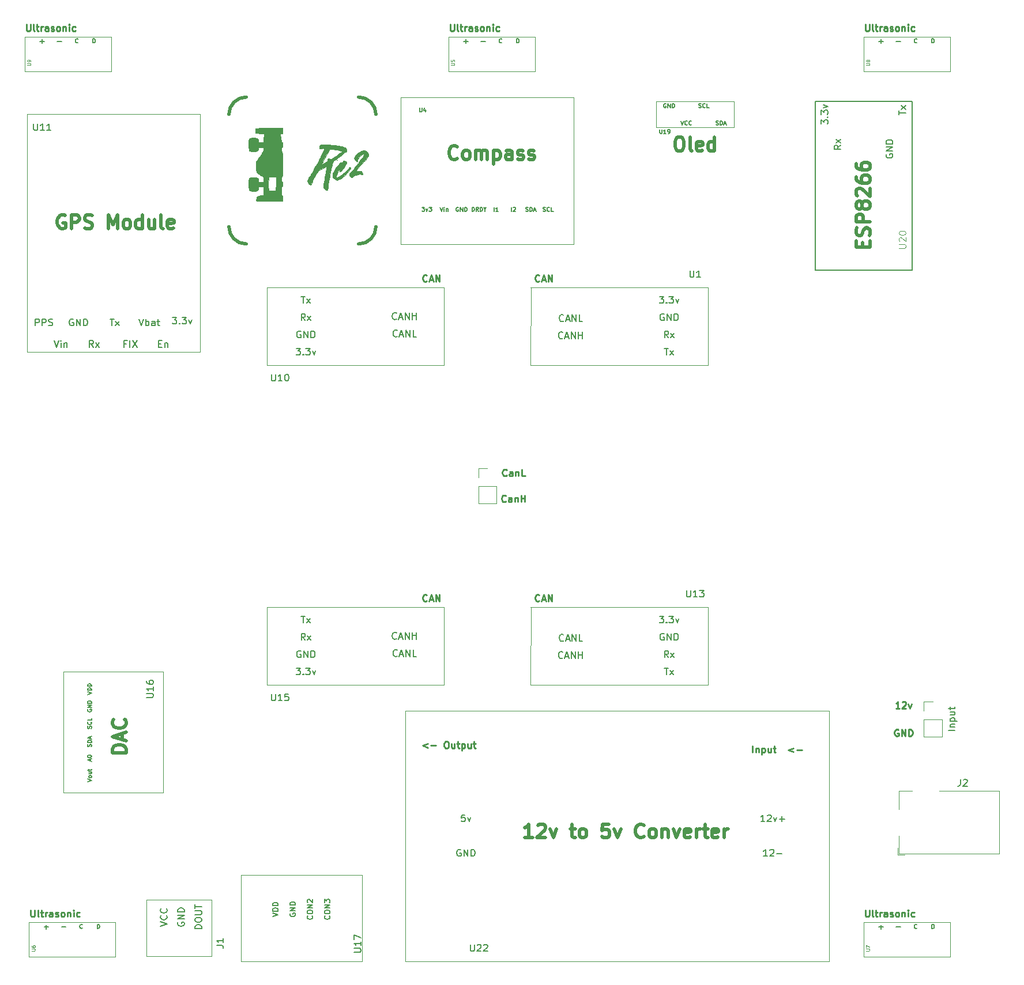
<source format=gbr>
%TF.GenerationSoftware,KiCad,Pcbnew,(5.1.9)-1*%
%TF.CreationDate,2021-04-29T12:00:25-07:00*%
%TF.ProjectId,pcbDesignForAutonomousDrivingProject,70636244-6573-4696-976e-466f72417574,rev?*%
%TF.SameCoordinates,Original*%
%TF.FileFunction,Legend,Top*%
%TF.FilePolarity,Positive*%
%FSLAX46Y46*%
G04 Gerber Fmt 4.6, Leading zero omitted, Abs format (unit mm)*
G04 Created by KiCad (PCBNEW (5.1.9)-1) date 2021-04-29 12:00:25*
%MOMM*%
%LPD*%
G01*
G04 APERTURE LIST*
%ADD10C,0.500000*%
%ADD11C,0.250000*%
%ADD12C,0.010000*%
%ADD13C,0.120000*%
%ADD14C,0.200000*%
%ADD15C,0.150000*%
%ADD16C,0.015000*%
%ADD17C,0.125000*%
G04 APERTURE END LIST*
D10*
X105410000Y151130000D02*
G75*
G02*
X102870000Y148590000I-2540000J0D01*
G01*
X86360000Y148590000D02*
G75*
G02*
X83820000Y151130000I0J2540000D01*
G01*
X83820000Y167640000D02*
G75*
G02*
X86360000Y170180000I2540000J0D01*
G01*
X102870000Y170180000D02*
G75*
G02*
X105410000Y167640000I0J-2540000D01*
G01*
D11*
X182308571Y80319619D02*
X181737142Y80319619D01*
X182022857Y80319619D02*
X182022857Y81319619D01*
X181927619Y81176761D01*
X181832380Y81081523D01*
X181737142Y81033904D01*
X182689523Y81224380D02*
X182737142Y81272000D01*
X182832380Y81319619D01*
X183070476Y81319619D01*
X183165714Y81272000D01*
X183213333Y81224380D01*
X183260952Y81129142D01*
X183260952Y81033904D01*
X183213333Y80891047D01*
X182641904Y80319619D01*
X183260952Y80319619D01*
X183594285Y80986285D02*
X183832380Y80319619D01*
X184070476Y80986285D01*
D10*
X117380380Y161210714D02*
X117285142Y161115476D01*
X116999428Y161020238D01*
X116808952Y161020238D01*
X116523238Y161115476D01*
X116332761Y161305952D01*
X116237523Y161496428D01*
X116142285Y161877380D01*
X116142285Y162163095D01*
X116237523Y162544047D01*
X116332761Y162734523D01*
X116523238Y162925000D01*
X116808952Y163020238D01*
X116999428Y163020238D01*
X117285142Y162925000D01*
X117380380Y162829761D01*
X118523238Y161020238D02*
X118332761Y161115476D01*
X118237523Y161210714D01*
X118142285Y161401190D01*
X118142285Y161972619D01*
X118237523Y162163095D01*
X118332761Y162258333D01*
X118523238Y162353571D01*
X118808952Y162353571D01*
X118999428Y162258333D01*
X119094666Y162163095D01*
X119189904Y161972619D01*
X119189904Y161401190D01*
X119094666Y161210714D01*
X118999428Y161115476D01*
X118808952Y161020238D01*
X118523238Y161020238D01*
X120047047Y161020238D02*
X120047047Y162353571D01*
X120047047Y162163095D02*
X120142285Y162258333D01*
X120332761Y162353571D01*
X120618476Y162353571D01*
X120808952Y162258333D01*
X120904190Y162067857D01*
X120904190Y161020238D01*
X120904190Y162067857D02*
X120999428Y162258333D01*
X121189904Y162353571D01*
X121475619Y162353571D01*
X121666095Y162258333D01*
X121761333Y162067857D01*
X121761333Y161020238D01*
X122713714Y162353571D02*
X122713714Y160353571D01*
X122713714Y162258333D02*
X122904190Y162353571D01*
X123285142Y162353571D01*
X123475619Y162258333D01*
X123570857Y162163095D01*
X123666095Y161972619D01*
X123666095Y161401190D01*
X123570857Y161210714D01*
X123475619Y161115476D01*
X123285142Y161020238D01*
X122904190Y161020238D01*
X122713714Y161115476D01*
X125380380Y161020238D02*
X125380380Y162067857D01*
X125285142Y162258333D01*
X125094666Y162353571D01*
X124713714Y162353571D01*
X124523238Y162258333D01*
X125380380Y161115476D02*
X125189904Y161020238D01*
X124713714Y161020238D01*
X124523238Y161115476D01*
X124428000Y161305952D01*
X124428000Y161496428D01*
X124523238Y161686904D01*
X124713714Y161782142D01*
X125189904Y161782142D01*
X125380380Y161877380D01*
X126237523Y161115476D02*
X126428000Y161020238D01*
X126808952Y161020238D01*
X126999428Y161115476D01*
X127094666Y161305952D01*
X127094666Y161401190D01*
X126999428Y161591666D01*
X126808952Y161686904D01*
X126523238Y161686904D01*
X126332761Y161782142D01*
X126237523Y161972619D01*
X126237523Y162067857D01*
X126332761Y162258333D01*
X126523238Y162353571D01*
X126808952Y162353571D01*
X126999428Y162258333D01*
X127856571Y161115476D02*
X128047047Y161020238D01*
X128428000Y161020238D01*
X128618476Y161115476D01*
X128713714Y161305952D01*
X128713714Y161401190D01*
X128618476Y161591666D01*
X128428000Y161686904D01*
X128142285Y161686904D01*
X127951809Y161782142D01*
X127856571Y161972619D01*
X127856571Y162067857D01*
X127951809Y162258333D01*
X128142285Y162353571D01*
X128428000Y162353571D01*
X128618476Y162258333D01*
X68722761Y73819047D02*
X66722761Y73819047D01*
X66722761Y74295238D01*
X66818000Y74580952D01*
X67008476Y74771428D01*
X67198952Y74866666D01*
X67579904Y74961904D01*
X67865619Y74961904D01*
X68246571Y74866666D01*
X68437047Y74771428D01*
X68627523Y74580952D01*
X68722761Y74295238D01*
X68722761Y73819047D01*
X68151333Y75723809D02*
X68151333Y76676190D01*
X68722761Y75533333D02*
X66722761Y76200000D01*
X68722761Y76866666D01*
X68532285Y78676190D02*
X68627523Y78580952D01*
X68722761Y78295238D01*
X68722761Y78104761D01*
X68627523Y77819047D01*
X68437047Y77628571D01*
X68246571Y77533333D01*
X67865619Y77438095D01*
X67579904Y77438095D01*
X67198952Y77533333D01*
X67008476Y77628571D01*
X66818000Y77819047D01*
X66722761Y78104761D01*
X66722761Y78295238D01*
X66818000Y78580952D01*
X66913238Y78676190D01*
D11*
X124483952Y110767857D02*
X124436333Y110720238D01*
X124293476Y110672619D01*
X124198238Y110672619D01*
X124055380Y110720238D01*
X123960142Y110815476D01*
X123912523Y110910714D01*
X123864904Y111101190D01*
X123864904Y111244047D01*
X123912523Y111434523D01*
X123960142Y111529761D01*
X124055380Y111625000D01*
X124198238Y111672619D01*
X124293476Y111672619D01*
X124436333Y111625000D01*
X124483952Y111577380D01*
X125341095Y110672619D02*
X125341095Y111196428D01*
X125293476Y111291666D01*
X125198238Y111339285D01*
X125007761Y111339285D01*
X124912523Y111291666D01*
X125341095Y110720238D02*
X125245857Y110672619D01*
X125007761Y110672619D01*
X124912523Y110720238D01*
X124864904Y110815476D01*
X124864904Y110910714D01*
X124912523Y111005952D01*
X125007761Y111053571D01*
X125245857Y111053571D01*
X125341095Y111101190D01*
X125817285Y111339285D02*
X125817285Y110672619D01*
X125817285Y111244047D02*
X125864904Y111291666D01*
X125960142Y111339285D01*
X126103000Y111339285D01*
X126198238Y111291666D01*
X126245857Y111196428D01*
X126245857Y110672619D01*
X126722047Y110672619D02*
X126722047Y111672619D01*
X126722047Y111196428D02*
X127293476Y111196428D01*
X127293476Y110672619D02*
X127293476Y111672619D01*
X112895142Y96162857D02*
X112847523Y96115238D01*
X112704666Y96067619D01*
X112609428Y96067619D01*
X112466571Y96115238D01*
X112371333Y96210476D01*
X112323714Y96305714D01*
X112276095Y96496190D01*
X112276095Y96639047D01*
X112323714Y96829523D01*
X112371333Y96924761D01*
X112466571Y97020000D01*
X112609428Y97067619D01*
X112704666Y97067619D01*
X112847523Y97020000D01*
X112895142Y96972380D01*
X113276095Y96353333D02*
X113752285Y96353333D01*
X113180857Y96067619D02*
X113514190Y97067619D01*
X113847523Y96067619D01*
X114180857Y96067619D02*
X114180857Y97067619D01*
X114752285Y96067619D01*
X114752285Y97067619D01*
X54086571Y180887619D02*
X54086571Y180078095D01*
X54134190Y179982857D01*
X54181809Y179935238D01*
X54277047Y179887619D01*
X54467523Y179887619D01*
X54562761Y179935238D01*
X54610380Y179982857D01*
X54658000Y180078095D01*
X54658000Y180887619D01*
X55277047Y179887619D02*
X55181809Y179935238D01*
X55134190Y180030476D01*
X55134190Y180887619D01*
X55515142Y180554285D02*
X55896095Y180554285D01*
X55658000Y180887619D02*
X55658000Y180030476D01*
X55705619Y179935238D01*
X55800857Y179887619D01*
X55896095Y179887619D01*
X56229428Y179887619D02*
X56229428Y180554285D01*
X56229428Y180363809D02*
X56277047Y180459047D01*
X56324666Y180506666D01*
X56419904Y180554285D01*
X56515142Y180554285D01*
X57277047Y179887619D02*
X57277047Y180411428D01*
X57229428Y180506666D01*
X57134190Y180554285D01*
X56943714Y180554285D01*
X56848476Y180506666D01*
X57277047Y179935238D02*
X57181809Y179887619D01*
X56943714Y179887619D01*
X56848476Y179935238D01*
X56800857Y180030476D01*
X56800857Y180125714D01*
X56848476Y180220952D01*
X56943714Y180268571D01*
X57181809Y180268571D01*
X57277047Y180316190D01*
X57705619Y179935238D02*
X57800857Y179887619D01*
X57991333Y179887619D01*
X58086571Y179935238D01*
X58134190Y180030476D01*
X58134190Y180078095D01*
X58086571Y180173333D01*
X57991333Y180220952D01*
X57848476Y180220952D01*
X57753238Y180268571D01*
X57705619Y180363809D01*
X57705619Y180411428D01*
X57753238Y180506666D01*
X57848476Y180554285D01*
X57991333Y180554285D01*
X58086571Y180506666D01*
X58705619Y179887619D02*
X58610380Y179935238D01*
X58562761Y179982857D01*
X58515142Y180078095D01*
X58515142Y180363809D01*
X58562761Y180459047D01*
X58610380Y180506666D01*
X58705619Y180554285D01*
X58848476Y180554285D01*
X58943714Y180506666D01*
X58991333Y180459047D01*
X59038952Y180363809D01*
X59038952Y180078095D01*
X58991333Y179982857D01*
X58943714Y179935238D01*
X58848476Y179887619D01*
X58705619Y179887619D01*
X59467523Y180554285D02*
X59467523Y179887619D01*
X59467523Y180459047D02*
X59515142Y180506666D01*
X59610380Y180554285D01*
X59753238Y180554285D01*
X59848476Y180506666D01*
X59896095Y180411428D01*
X59896095Y179887619D01*
X60372285Y179887619D02*
X60372285Y180554285D01*
X60372285Y180887619D02*
X60324666Y180840000D01*
X60372285Y180792380D01*
X60419904Y180840000D01*
X60372285Y180887619D01*
X60372285Y180792380D01*
X61277047Y179935238D02*
X61181809Y179887619D01*
X60991333Y179887619D01*
X60896095Y179935238D01*
X60848476Y179982857D01*
X60800857Y180078095D01*
X60800857Y180363809D01*
X60848476Y180459047D01*
X60896095Y180506666D01*
X60991333Y180554285D01*
X61181809Y180554285D01*
X61277047Y180506666D01*
X129405142Y143152857D02*
X129357523Y143105238D01*
X129214666Y143057619D01*
X129119428Y143057619D01*
X128976571Y143105238D01*
X128881333Y143200476D01*
X128833714Y143295714D01*
X128786095Y143486190D01*
X128786095Y143629047D01*
X128833714Y143819523D01*
X128881333Y143914761D01*
X128976571Y144010000D01*
X129119428Y144057619D01*
X129214666Y144057619D01*
X129357523Y144010000D01*
X129405142Y143962380D01*
X129786095Y143343333D02*
X130262285Y143343333D01*
X129690857Y143057619D02*
X130024190Y144057619D01*
X130357523Y143057619D01*
X130690857Y143057619D02*
X130690857Y144057619D01*
X131262285Y143057619D01*
X131262285Y144057619D01*
X54721571Y50712619D02*
X54721571Y49903095D01*
X54769190Y49807857D01*
X54816809Y49760238D01*
X54912047Y49712619D01*
X55102523Y49712619D01*
X55197761Y49760238D01*
X55245380Y49807857D01*
X55293000Y49903095D01*
X55293000Y50712619D01*
X55912047Y49712619D02*
X55816809Y49760238D01*
X55769190Y49855476D01*
X55769190Y50712619D01*
X56150142Y50379285D02*
X56531095Y50379285D01*
X56293000Y50712619D02*
X56293000Y49855476D01*
X56340619Y49760238D01*
X56435857Y49712619D01*
X56531095Y49712619D01*
X56864428Y49712619D02*
X56864428Y50379285D01*
X56864428Y50188809D02*
X56912047Y50284047D01*
X56959666Y50331666D01*
X57054904Y50379285D01*
X57150142Y50379285D01*
X57912047Y49712619D02*
X57912047Y50236428D01*
X57864428Y50331666D01*
X57769190Y50379285D01*
X57578714Y50379285D01*
X57483476Y50331666D01*
X57912047Y49760238D02*
X57816809Y49712619D01*
X57578714Y49712619D01*
X57483476Y49760238D01*
X57435857Y49855476D01*
X57435857Y49950714D01*
X57483476Y50045952D01*
X57578714Y50093571D01*
X57816809Y50093571D01*
X57912047Y50141190D01*
X58340619Y49760238D02*
X58435857Y49712619D01*
X58626333Y49712619D01*
X58721571Y49760238D01*
X58769190Y49855476D01*
X58769190Y49903095D01*
X58721571Y49998333D01*
X58626333Y50045952D01*
X58483476Y50045952D01*
X58388238Y50093571D01*
X58340619Y50188809D01*
X58340619Y50236428D01*
X58388238Y50331666D01*
X58483476Y50379285D01*
X58626333Y50379285D01*
X58721571Y50331666D01*
X59340619Y49712619D02*
X59245380Y49760238D01*
X59197761Y49807857D01*
X59150142Y49903095D01*
X59150142Y50188809D01*
X59197761Y50284047D01*
X59245380Y50331666D01*
X59340619Y50379285D01*
X59483476Y50379285D01*
X59578714Y50331666D01*
X59626333Y50284047D01*
X59673952Y50188809D01*
X59673952Y49903095D01*
X59626333Y49807857D01*
X59578714Y49760238D01*
X59483476Y49712619D01*
X59340619Y49712619D01*
X60102523Y50379285D02*
X60102523Y49712619D01*
X60102523Y50284047D02*
X60150142Y50331666D01*
X60245380Y50379285D01*
X60388238Y50379285D01*
X60483476Y50331666D01*
X60531095Y50236428D01*
X60531095Y49712619D01*
X61007285Y49712619D02*
X61007285Y50379285D01*
X61007285Y50712619D02*
X60959666Y50665000D01*
X61007285Y50617380D01*
X61054904Y50665000D01*
X61007285Y50712619D01*
X61007285Y50617380D01*
X61912047Y49760238D02*
X61816809Y49712619D01*
X61626333Y49712619D01*
X61531095Y49760238D01*
X61483476Y49807857D01*
X61435857Y49903095D01*
X61435857Y50188809D01*
X61483476Y50284047D01*
X61531095Y50331666D01*
X61626333Y50379285D01*
X61816809Y50379285D01*
X61912047Y50331666D01*
X116316571Y180887619D02*
X116316571Y180078095D01*
X116364190Y179982857D01*
X116411809Y179935238D01*
X116507047Y179887619D01*
X116697523Y179887619D01*
X116792761Y179935238D01*
X116840380Y179982857D01*
X116888000Y180078095D01*
X116888000Y180887619D01*
X117507047Y179887619D02*
X117411809Y179935238D01*
X117364190Y180030476D01*
X117364190Y180887619D01*
X117745142Y180554285D02*
X118126095Y180554285D01*
X117888000Y180887619D02*
X117888000Y180030476D01*
X117935619Y179935238D01*
X118030857Y179887619D01*
X118126095Y179887619D01*
X118459428Y179887619D02*
X118459428Y180554285D01*
X118459428Y180363809D02*
X118507047Y180459047D01*
X118554666Y180506666D01*
X118649904Y180554285D01*
X118745142Y180554285D01*
X119507047Y179887619D02*
X119507047Y180411428D01*
X119459428Y180506666D01*
X119364190Y180554285D01*
X119173714Y180554285D01*
X119078476Y180506666D01*
X119507047Y179935238D02*
X119411809Y179887619D01*
X119173714Y179887619D01*
X119078476Y179935238D01*
X119030857Y180030476D01*
X119030857Y180125714D01*
X119078476Y180220952D01*
X119173714Y180268571D01*
X119411809Y180268571D01*
X119507047Y180316190D01*
X119935619Y179935238D02*
X120030857Y179887619D01*
X120221333Y179887619D01*
X120316571Y179935238D01*
X120364190Y180030476D01*
X120364190Y180078095D01*
X120316571Y180173333D01*
X120221333Y180220952D01*
X120078476Y180220952D01*
X119983238Y180268571D01*
X119935619Y180363809D01*
X119935619Y180411428D01*
X119983238Y180506666D01*
X120078476Y180554285D01*
X120221333Y180554285D01*
X120316571Y180506666D01*
X120935619Y179887619D02*
X120840380Y179935238D01*
X120792761Y179982857D01*
X120745142Y180078095D01*
X120745142Y180363809D01*
X120792761Y180459047D01*
X120840380Y180506666D01*
X120935619Y180554285D01*
X121078476Y180554285D01*
X121173714Y180506666D01*
X121221333Y180459047D01*
X121268952Y180363809D01*
X121268952Y180078095D01*
X121221333Y179982857D01*
X121173714Y179935238D01*
X121078476Y179887619D01*
X120935619Y179887619D01*
X121697523Y180554285D02*
X121697523Y179887619D01*
X121697523Y180459047D02*
X121745142Y180506666D01*
X121840380Y180554285D01*
X121983238Y180554285D01*
X122078476Y180506666D01*
X122126095Y180411428D01*
X122126095Y179887619D01*
X122602285Y179887619D02*
X122602285Y180554285D01*
X122602285Y180887619D02*
X122554666Y180840000D01*
X122602285Y180792380D01*
X122649904Y180840000D01*
X122602285Y180887619D01*
X122602285Y180792380D01*
X123507047Y179935238D02*
X123411809Y179887619D01*
X123221333Y179887619D01*
X123126095Y179935238D01*
X123078476Y179982857D01*
X123030857Y180078095D01*
X123030857Y180363809D01*
X123078476Y180459047D01*
X123126095Y180506666D01*
X123221333Y180554285D01*
X123411809Y180554285D01*
X123507047Y180506666D01*
X182118095Y77208000D02*
X182022857Y77255619D01*
X181880000Y77255619D01*
X181737142Y77208000D01*
X181641904Y77112761D01*
X181594285Y77017523D01*
X181546666Y76827047D01*
X181546666Y76684190D01*
X181594285Y76493714D01*
X181641904Y76398476D01*
X181737142Y76303238D01*
X181880000Y76255619D01*
X181975238Y76255619D01*
X182118095Y76303238D01*
X182165714Y76350857D01*
X182165714Y76684190D01*
X181975238Y76684190D01*
X182594285Y76255619D02*
X182594285Y77255619D01*
X183165714Y76255619D01*
X183165714Y77255619D01*
X183641904Y76255619D02*
X183641904Y77255619D01*
X183880000Y77255619D01*
X184022857Y77208000D01*
X184118095Y77112761D01*
X184165714Y77017523D01*
X184213333Y76827047D01*
X184213333Y76684190D01*
X184165714Y76493714D01*
X184118095Y76398476D01*
X184022857Y76303238D01*
X183880000Y76255619D01*
X183641904Y76255619D01*
D10*
X59754428Y152765000D02*
X59563952Y152860238D01*
X59278238Y152860238D01*
X58992523Y152765000D01*
X58802047Y152574523D01*
X58706809Y152384047D01*
X58611571Y152003095D01*
X58611571Y151717380D01*
X58706809Y151336428D01*
X58802047Y151145952D01*
X58992523Y150955476D01*
X59278238Y150860238D01*
X59468714Y150860238D01*
X59754428Y150955476D01*
X59849666Y151050714D01*
X59849666Y151717380D01*
X59468714Y151717380D01*
X60706809Y150860238D02*
X60706809Y152860238D01*
X61468714Y152860238D01*
X61659190Y152765000D01*
X61754428Y152669761D01*
X61849666Y152479285D01*
X61849666Y152193571D01*
X61754428Y152003095D01*
X61659190Y151907857D01*
X61468714Y151812619D01*
X60706809Y151812619D01*
X62611571Y150955476D02*
X62897285Y150860238D01*
X63373476Y150860238D01*
X63563952Y150955476D01*
X63659190Y151050714D01*
X63754428Y151241190D01*
X63754428Y151431666D01*
X63659190Y151622142D01*
X63563952Y151717380D01*
X63373476Y151812619D01*
X62992523Y151907857D01*
X62802047Y152003095D01*
X62706809Y152098333D01*
X62611571Y152288809D01*
X62611571Y152479285D01*
X62706809Y152669761D01*
X62802047Y152765000D01*
X62992523Y152860238D01*
X63468714Y152860238D01*
X63754428Y152765000D01*
X66135380Y150860238D02*
X66135380Y152860238D01*
X66802047Y151431666D01*
X67468714Y152860238D01*
X67468714Y150860238D01*
X68706809Y150860238D02*
X68516333Y150955476D01*
X68421095Y151050714D01*
X68325857Y151241190D01*
X68325857Y151812619D01*
X68421095Y152003095D01*
X68516333Y152098333D01*
X68706809Y152193571D01*
X68992523Y152193571D01*
X69183000Y152098333D01*
X69278238Y152003095D01*
X69373476Y151812619D01*
X69373476Y151241190D01*
X69278238Y151050714D01*
X69183000Y150955476D01*
X68992523Y150860238D01*
X68706809Y150860238D01*
X71087761Y150860238D02*
X71087761Y152860238D01*
X71087761Y150955476D02*
X70897285Y150860238D01*
X70516333Y150860238D01*
X70325857Y150955476D01*
X70230619Y151050714D01*
X70135380Y151241190D01*
X70135380Y151812619D01*
X70230619Y152003095D01*
X70325857Y152098333D01*
X70516333Y152193571D01*
X70897285Y152193571D01*
X71087761Y152098333D01*
X72897285Y152193571D02*
X72897285Y150860238D01*
X72040142Y152193571D02*
X72040142Y151145952D01*
X72135380Y150955476D01*
X72325857Y150860238D01*
X72611571Y150860238D01*
X72802047Y150955476D01*
X72897285Y151050714D01*
X74135380Y150860238D02*
X73944904Y150955476D01*
X73849666Y151145952D01*
X73849666Y152860238D01*
X75659190Y150955476D02*
X75468714Y150860238D01*
X75087761Y150860238D01*
X74897285Y150955476D01*
X74802047Y151145952D01*
X74802047Y151907857D01*
X74897285Y152098333D01*
X75087761Y152193571D01*
X75468714Y152193571D01*
X75659190Y152098333D01*
X75754428Y151907857D01*
X75754428Y151717380D01*
X74802047Y151526904D01*
D11*
X124603000Y114577857D02*
X124555380Y114530238D01*
X124412523Y114482619D01*
X124317285Y114482619D01*
X124174428Y114530238D01*
X124079190Y114625476D01*
X124031571Y114720714D01*
X123983952Y114911190D01*
X123983952Y115054047D01*
X124031571Y115244523D01*
X124079190Y115339761D01*
X124174428Y115435000D01*
X124317285Y115482619D01*
X124412523Y115482619D01*
X124555380Y115435000D01*
X124603000Y115387380D01*
X125460142Y114482619D02*
X125460142Y115006428D01*
X125412523Y115101666D01*
X125317285Y115149285D01*
X125126809Y115149285D01*
X125031571Y115101666D01*
X125460142Y114530238D02*
X125364904Y114482619D01*
X125126809Y114482619D01*
X125031571Y114530238D01*
X124983952Y114625476D01*
X124983952Y114720714D01*
X125031571Y114815952D01*
X125126809Y114863571D01*
X125364904Y114863571D01*
X125460142Y114911190D01*
X125936333Y115149285D02*
X125936333Y114482619D01*
X125936333Y115054047D02*
X125983952Y115101666D01*
X126079190Y115149285D01*
X126222047Y115149285D01*
X126317285Y115101666D01*
X126364904Y115006428D01*
X126364904Y114482619D01*
X127317285Y114482619D02*
X126841095Y114482619D01*
X126841095Y115482619D01*
D10*
X176895142Y148114523D02*
X176895142Y148781190D01*
X177942761Y149066904D02*
X177942761Y148114523D01*
X175942761Y148114523D01*
X175942761Y149066904D01*
X177847523Y149828809D02*
X177942761Y150114523D01*
X177942761Y150590714D01*
X177847523Y150781190D01*
X177752285Y150876428D01*
X177561809Y150971666D01*
X177371333Y150971666D01*
X177180857Y150876428D01*
X177085619Y150781190D01*
X176990380Y150590714D01*
X176895142Y150209761D01*
X176799904Y150019285D01*
X176704666Y149924047D01*
X176514190Y149828809D01*
X176323714Y149828809D01*
X176133238Y149924047D01*
X176038000Y150019285D01*
X175942761Y150209761D01*
X175942761Y150685952D01*
X176038000Y150971666D01*
X177942761Y151828809D02*
X175942761Y151828809D01*
X175942761Y152590714D01*
X176038000Y152781190D01*
X176133238Y152876428D01*
X176323714Y152971666D01*
X176609428Y152971666D01*
X176799904Y152876428D01*
X176895142Y152781190D01*
X176990380Y152590714D01*
X176990380Y151828809D01*
X176799904Y154114523D02*
X176704666Y153924047D01*
X176609428Y153828809D01*
X176418952Y153733571D01*
X176323714Y153733571D01*
X176133238Y153828809D01*
X176038000Y153924047D01*
X175942761Y154114523D01*
X175942761Y154495476D01*
X176038000Y154685952D01*
X176133238Y154781190D01*
X176323714Y154876428D01*
X176418952Y154876428D01*
X176609428Y154781190D01*
X176704666Y154685952D01*
X176799904Y154495476D01*
X176799904Y154114523D01*
X176895142Y153924047D01*
X176990380Y153828809D01*
X177180857Y153733571D01*
X177561809Y153733571D01*
X177752285Y153828809D01*
X177847523Y153924047D01*
X177942761Y154114523D01*
X177942761Y154495476D01*
X177847523Y154685952D01*
X177752285Y154781190D01*
X177561809Y154876428D01*
X177180857Y154876428D01*
X176990380Y154781190D01*
X176895142Y154685952D01*
X176799904Y154495476D01*
X176133238Y155638333D02*
X176038000Y155733571D01*
X175942761Y155924047D01*
X175942761Y156400238D01*
X176038000Y156590714D01*
X176133238Y156685952D01*
X176323714Y156781190D01*
X176514190Y156781190D01*
X176799904Y156685952D01*
X177942761Y155543095D01*
X177942761Y156781190D01*
X175942761Y158495476D02*
X175942761Y158114523D01*
X176038000Y157924047D01*
X176133238Y157828809D01*
X176418952Y157638333D01*
X176799904Y157543095D01*
X177561809Y157543095D01*
X177752285Y157638333D01*
X177847523Y157733571D01*
X177942761Y157924047D01*
X177942761Y158305000D01*
X177847523Y158495476D01*
X177752285Y158590714D01*
X177561809Y158685952D01*
X177085619Y158685952D01*
X176895142Y158590714D01*
X176799904Y158495476D01*
X176704666Y158305000D01*
X176704666Y157924047D01*
X176799904Y157733571D01*
X176895142Y157638333D01*
X177085619Y157543095D01*
X175942761Y160400238D02*
X175942761Y160019285D01*
X176038000Y159828809D01*
X176133238Y159733571D01*
X176418952Y159543095D01*
X176799904Y159447857D01*
X177561809Y159447857D01*
X177752285Y159543095D01*
X177847523Y159638333D01*
X177942761Y159828809D01*
X177942761Y160209761D01*
X177847523Y160400238D01*
X177752285Y160495476D01*
X177561809Y160590714D01*
X177085619Y160590714D01*
X176895142Y160495476D01*
X176799904Y160400238D01*
X176704666Y160209761D01*
X176704666Y159828809D01*
X176799904Y159638333D01*
X176895142Y159543095D01*
X177085619Y159447857D01*
D11*
X112895142Y143152857D02*
X112847523Y143105238D01*
X112704666Y143057619D01*
X112609428Y143057619D01*
X112466571Y143105238D01*
X112371333Y143200476D01*
X112323714Y143295714D01*
X112276095Y143486190D01*
X112276095Y143629047D01*
X112323714Y143819523D01*
X112371333Y143914761D01*
X112466571Y144010000D01*
X112609428Y144057619D01*
X112704666Y144057619D01*
X112847523Y144010000D01*
X112895142Y143962380D01*
X113276095Y143343333D02*
X113752285Y143343333D01*
X113180857Y143057619D02*
X113514190Y144057619D01*
X113847523Y143057619D01*
X114180857Y143057619D02*
X114180857Y144057619D01*
X114752285Y143057619D01*
X114752285Y144057619D01*
D10*
X149796809Y164290238D02*
X150177761Y164290238D01*
X150368238Y164195000D01*
X150558714Y164004523D01*
X150653952Y163623571D01*
X150653952Y162956904D01*
X150558714Y162575952D01*
X150368238Y162385476D01*
X150177761Y162290238D01*
X149796809Y162290238D01*
X149606333Y162385476D01*
X149415857Y162575952D01*
X149320619Y162956904D01*
X149320619Y163623571D01*
X149415857Y164004523D01*
X149606333Y164195000D01*
X149796809Y164290238D01*
X151796809Y162290238D02*
X151606333Y162385476D01*
X151511095Y162575952D01*
X151511095Y164290238D01*
X153320619Y162385476D02*
X153130142Y162290238D01*
X152749190Y162290238D01*
X152558714Y162385476D01*
X152463476Y162575952D01*
X152463476Y163337857D01*
X152558714Y163528333D01*
X152749190Y163623571D01*
X153130142Y163623571D01*
X153320619Y163528333D01*
X153415857Y163337857D01*
X153415857Y163147380D01*
X152463476Y162956904D01*
X155130142Y162290238D02*
X155130142Y164290238D01*
X155130142Y162385476D02*
X154939666Y162290238D01*
X154558714Y162290238D01*
X154368238Y162385476D01*
X154273000Y162480714D01*
X154177761Y162671190D01*
X154177761Y163242619D01*
X154273000Y163433095D01*
X154368238Y163528333D01*
X154558714Y163623571D01*
X154939666Y163623571D01*
X155130142Y163528333D01*
D11*
X177276571Y180887619D02*
X177276571Y180078095D01*
X177324190Y179982857D01*
X177371809Y179935238D01*
X177467047Y179887619D01*
X177657523Y179887619D01*
X177752761Y179935238D01*
X177800380Y179982857D01*
X177848000Y180078095D01*
X177848000Y180887619D01*
X178467047Y179887619D02*
X178371809Y179935238D01*
X178324190Y180030476D01*
X178324190Y180887619D01*
X178705142Y180554285D02*
X179086095Y180554285D01*
X178848000Y180887619D02*
X178848000Y180030476D01*
X178895619Y179935238D01*
X178990857Y179887619D01*
X179086095Y179887619D01*
X179419428Y179887619D02*
X179419428Y180554285D01*
X179419428Y180363809D02*
X179467047Y180459047D01*
X179514666Y180506666D01*
X179609904Y180554285D01*
X179705142Y180554285D01*
X180467047Y179887619D02*
X180467047Y180411428D01*
X180419428Y180506666D01*
X180324190Y180554285D01*
X180133714Y180554285D01*
X180038476Y180506666D01*
X180467047Y179935238D02*
X180371809Y179887619D01*
X180133714Y179887619D01*
X180038476Y179935238D01*
X179990857Y180030476D01*
X179990857Y180125714D01*
X180038476Y180220952D01*
X180133714Y180268571D01*
X180371809Y180268571D01*
X180467047Y180316190D01*
X180895619Y179935238D02*
X180990857Y179887619D01*
X181181333Y179887619D01*
X181276571Y179935238D01*
X181324190Y180030476D01*
X181324190Y180078095D01*
X181276571Y180173333D01*
X181181333Y180220952D01*
X181038476Y180220952D01*
X180943238Y180268571D01*
X180895619Y180363809D01*
X180895619Y180411428D01*
X180943238Y180506666D01*
X181038476Y180554285D01*
X181181333Y180554285D01*
X181276571Y180506666D01*
X181895619Y179887619D02*
X181800380Y179935238D01*
X181752761Y179982857D01*
X181705142Y180078095D01*
X181705142Y180363809D01*
X181752761Y180459047D01*
X181800380Y180506666D01*
X181895619Y180554285D01*
X182038476Y180554285D01*
X182133714Y180506666D01*
X182181333Y180459047D01*
X182228952Y180363809D01*
X182228952Y180078095D01*
X182181333Y179982857D01*
X182133714Y179935238D01*
X182038476Y179887619D01*
X181895619Y179887619D01*
X182657523Y180554285D02*
X182657523Y179887619D01*
X182657523Y180459047D02*
X182705142Y180506666D01*
X182800380Y180554285D01*
X182943238Y180554285D01*
X183038476Y180506666D01*
X183086095Y180411428D01*
X183086095Y179887619D01*
X183562285Y179887619D02*
X183562285Y180554285D01*
X183562285Y180887619D02*
X183514666Y180840000D01*
X183562285Y180792380D01*
X183609904Y180840000D01*
X183562285Y180887619D01*
X183562285Y180792380D01*
X184467047Y179935238D02*
X184371809Y179887619D01*
X184181333Y179887619D01*
X184086095Y179935238D01*
X184038476Y179982857D01*
X183990857Y180078095D01*
X183990857Y180363809D01*
X184038476Y180459047D01*
X184086095Y180506666D01*
X184181333Y180554285D01*
X184371809Y180554285D01*
X184467047Y180506666D01*
X177276571Y50712619D02*
X177276571Y49903095D01*
X177324190Y49807857D01*
X177371809Y49760238D01*
X177467047Y49712619D01*
X177657523Y49712619D01*
X177752761Y49760238D01*
X177800380Y49807857D01*
X177848000Y49903095D01*
X177848000Y50712619D01*
X178467047Y49712619D02*
X178371809Y49760238D01*
X178324190Y49855476D01*
X178324190Y50712619D01*
X178705142Y50379285D02*
X179086095Y50379285D01*
X178848000Y50712619D02*
X178848000Y49855476D01*
X178895619Y49760238D01*
X178990857Y49712619D01*
X179086095Y49712619D01*
X179419428Y49712619D02*
X179419428Y50379285D01*
X179419428Y50188809D02*
X179467047Y50284047D01*
X179514666Y50331666D01*
X179609904Y50379285D01*
X179705142Y50379285D01*
X180467047Y49712619D02*
X180467047Y50236428D01*
X180419428Y50331666D01*
X180324190Y50379285D01*
X180133714Y50379285D01*
X180038476Y50331666D01*
X180467047Y49760238D02*
X180371809Y49712619D01*
X180133714Y49712619D01*
X180038476Y49760238D01*
X179990857Y49855476D01*
X179990857Y49950714D01*
X180038476Y50045952D01*
X180133714Y50093571D01*
X180371809Y50093571D01*
X180467047Y50141190D01*
X180895619Y49760238D02*
X180990857Y49712619D01*
X181181333Y49712619D01*
X181276571Y49760238D01*
X181324190Y49855476D01*
X181324190Y49903095D01*
X181276571Y49998333D01*
X181181333Y50045952D01*
X181038476Y50045952D01*
X180943238Y50093571D01*
X180895619Y50188809D01*
X180895619Y50236428D01*
X180943238Y50331666D01*
X181038476Y50379285D01*
X181181333Y50379285D01*
X181276571Y50331666D01*
X181895619Y49712619D02*
X181800380Y49760238D01*
X181752761Y49807857D01*
X181705142Y49903095D01*
X181705142Y50188809D01*
X181752761Y50284047D01*
X181800380Y50331666D01*
X181895619Y50379285D01*
X182038476Y50379285D01*
X182133714Y50331666D01*
X182181333Y50284047D01*
X182228952Y50188809D01*
X182228952Y49903095D01*
X182181333Y49807857D01*
X182133714Y49760238D01*
X182038476Y49712619D01*
X181895619Y49712619D01*
X182657523Y50379285D02*
X182657523Y49712619D01*
X182657523Y50284047D02*
X182705142Y50331666D01*
X182800380Y50379285D01*
X182943238Y50379285D01*
X183038476Y50331666D01*
X183086095Y50236428D01*
X183086095Y49712619D01*
X183562285Y49712619D02*
X183562285Y50379285D01*
X183562285Y50712619D02*
X183514666Y50665000D01*
X183562285Y50617380D01*
X183609904Y50665000D01*
X183562285Y50712619D01*
X183562285Y50617380D01*
X184467047Y49760238D02*
X184371809Y49712619D01*
X184181333Y49712619D01*
X184086095Y49760238D01*
X184038476Y49807857D01*
X183990857Y49903095D01*
X183990857Y50188809D01*
X184038476Y50284047D01*
X184086095Y50331666D01*
X184181333Y50379285D01*
X184371809Y50379285D01*
X184467047Y50331666D01*
D10*
X128398714Y61325238D02*
X127255857Y61325238D01*
X127827285Y61325238D02*
X127827285Y63325238D01*
X127636809Y63039523D01*
X127446333Y62849047D01*
X127255857Y62753809D01*
X129160619Y63134761D02*
X129255857Y63230000D01*
X129446333Y63325238D01*
X129922523Y63325238D01*
X130113000Y63230000D01*
X130208238Y63134761D01*
X130303476Y62944285D01*
X130303476Y62753809D01*
X130208238Y62468095D01*
X129065380Y61325238D01*
X130303476Y61325238D01*
X130970142Y62658571D02*
X131446333Y61325238D01*
X131922523Y62658571D01*
X133922523Y62658571D02*
X134684428Y62658571D01*
X134208238Y63325238D02*
X134208238Y61610952D01*
X134303476Y61420476D01*
X134493952Y61325238D01*
X134684428Y61325238D01*
X135636809Y61325238D02*
X135446333Y61420476D01*
X135351095Y61515714D01*
X135255857Y61706190D01*
X135255857Y62277619D01*
X135351095Y62468095D01*
X135446333Y62563333D01*
X135636809Y62658571D01*
X135922523Y62658571D01*
X136113000Y62563333D01*
X136208238Y62468095D01*
X136303476Y62277619D01*
X136303476Y61706190D01*
X136208238Y61515714D01*
X136113000Y61420476D01*
X135922523Y61325238D01*
X135636809Y61325238D01*
X139636809Y63325238D02*
X138684428Y63325238D01*
X138589190Y62372857D01*
X138684428Y62468095D01*
X138874904Y62563333D01*
X139351095Y62563333D01*
X139541571Y62468095D01*
X139636809Y62372857D01*
X139732047Y62182380D01*
X139732047Y61706190D01*
X139636809Y61515714D01*
X139541571Y61420476D01*
X139351095Y61325238D01*
X138874904Y61325238D01*
X138684428Y61420476D01*
X138589190Y61515714D01*
X140398714Y62658571D02*
X140874904Y61325238D01*
X141351095Y62658571D01*
X144779666Y61515714D02*
X144684428Y61420476D01*
X144398714Y61325238D01*
X144208238Y61325238D01*
X143922523Y61420476D01*
X143732047Y61610952D01*
X143636809Y61801428D01*
X143541571Y62182380D01*
X143541571Y62468095D01*
X143636809Y62849047D01*
X143732047Y63039523D01*
X143922523Y63230000D01*
X144208238Y63325238D01*
X144398714Y63325238D01*
X144684428Y63230000D01*
X144779666Y63134761D01*
X145922523Y61325238D02*
X145732047Y61420476D01*
X145636809Y61515714D01*
X145541571Y61706190D01*
X145541571Y62277619D01*
X145636809Y62468095D01*
X145732047Y62563333D01*
X145922523Y62658571D01*
X146208238Y62658571D01*
X146398714Y62563333D01*
X146493952Y62468095D01*
X146589190Y62277619D01*
X146589190Y61706190D01*
X146493952Y61515714D01*
X146398714Y61420476D01*
X146208238Y61325238D01*
X145922523Y61325238D01*
X147446333Y62658571D02*
X147446333Y61325238D01*
X147446333Y62468095D02*
X147541571Y62563333D01*
X147732047Y62658571D01*
X148017761Y62658571D01*
X148208238Y62563333D01*
X148303476Y62372857D01*
X148303476Y61325238D01*
X149065380Y62658571D02*
X149541571Y61325238D01*
X150017761Y62658571D01*
X151541571Y61420476D02*
X151351095Y61325238D01*
X150970142Y61325238D01*
X150779666Y61420476D01*
X150684428Y61610952D01*
X150684428Y62372857D01*
X150779666Y62563333D01*
X150970142Y62658571D01*
X151351095Y62658571D01*
X151541571Y62563333D01*
X151636809Y62372857D01*
X151636809Y62182380D01*
X150684428Y61991904D01*
X152493952Y61325238D02*
X152493952Y62658571D01*
X152493952Y62277619D02*
X152589190Y62468095D01*
X152684428Y62563333D01*
X152874904Y62658571D01*
X153065380Y62658571D01*
X153446333Y62658571D02*
X154208238Y62658571D01*
X153732047Y63325238D02*
X153732047Y61610952D01*
X153827285Y61420476D01*
X154017761Y61325238D01*
X154208238Y61325238D01*
X155636809Y61420476D02*
X155446333Y61325238D01*
X155065380Y61325238D01*
X154874904Y61420476D01*
X154779666Y61610952D01*
X154779666Y62372857D01*
X154874904Y62563333D01*
X155065380Y62658571D01*
X155446333Y62658571D01*
X155636809Y62563333D01*
X155732047Y62372857D01*
X155732047Y62182380D01*
X154779666Y61991904D01*
X156589190Y61325238D02*
X156589190Y62658571D01*
X156589190Y62277619D02*
X156684428Y62468095D01*
X156779666Y62563333D01*
X156970142Y62658571D01*
X157160619Y62658571D01*
D11*
X129405142Y96162857D02*
X129357523Y96115238D01*
X129214666Y96067619D01*
X129119428Y96067619D01*
X128976571Y96115238D01*
X128881333Y96210476D01*
X128833714Y96305714D01*
X128786095Y96496190D01*
X128786095Y96639047D01*
X128833714Y96829523D01*
X128881333Y96924761D01*
X128976571Y97020000D01*
X129119428Y97067619D01*
X129214666Y97067619D01*
X129357523Y97020000D01*
X129405142Y96972380D01*
X129786095Y96353333D02*
X130262285Y96353333D01*
X129690857Y96067619D02*
X130024190Y97067619D01*
X130357523Y96067619D01*
X130690857Y96067619D02*
X130690857Y97067619D01*
X131262285Y96067619D01*
X131262285Y97067619D01*
D12*
%TO.C,G\u002A\u002A\u002A*%
G36*
X99720400Y160909000D02*
G01*
X99695000Y160883600D01*
X99669600Y160909000D01*
X99695000Y160934400D01*
X99720400Y160909000D01*
G37*
X99720400Y160909000D02*
X99695000Y160883600D01*
X99669600Y160909000D01*
X99695000Y160934400D01*
X99720400Y160909000D01*
G36*
X95859600Y158826200D02*
G01*
X95834200Y158800800D01*
X95808800Y158826200D01*
X95834200Y158851600D01*
X95859600Y158826200D01*
G37*
X95859600Y158826200D02*
X95834200Y158800800D01*
X95808800Y158826200D01*
X95834200Y158851600D01*
X95859600Y158826200D01*
G36*
X98653600Y158419800D02*
G01*
X98628200Y158394400D01*
X98602800Y158419800D01*
X98628200Y158445200D01*
X98653600Y158419800D01*
G37*
X98653600Y158419800D02*
X98628200Y158394400D01*
X98602800Y158419800D01*
X98628200Y158445200D01*
X98653600Y158419800D01*
G36*
X103784792Y162329011D02*
G01*
X104020506Y162226253D01*
X104133626Y162132881D01*
X104265825Y161965022D01*
X104324112Y161791795D01*
X104305783Y161603963D01*
X104208133Y161392292D01*
X104028456Y161147546D01*
X103764048Y160860489D01*
X103759635Y160856029D01*
X103616257Y160704178D01*
X103426405Y160492884D01*
X103207284Y160241871D01*
X102976098Y159970866D01*
X102750051Y159699592D01*
X102735334Y159681674D01*
X102615269Y159537001D01*
X102502460Y159403671D01*
X102468634Y159364528D01*
X102383998Y159260620D01*
X102371743Y159221648D01*
X102431625Y159241499D01*
X102464389Y159258423D01*
X102564858Y159283768D01*
X102731195Y159298148D01*
X102927981Y159298557D01*
X102934289Y159298310D01*
X103301800Y159283400D01*
X103412250Y159054800D01*
X103478212Y158885028D01*
X103475156Y158788776D01*
X103402011Y158764029D01*
X103277156Y158800487D01*
X103043295Y158849683D01*
X102769568Y158832587D01*
X102487923Y158754776D01*
X102230311Y158621827D01*
X102222300Y158616366D01*
X102084235Y158514866D01*
X101987865Y158431625D01*
X101955600Y158388214D01*
X101913091Y158351693D01*
X101856141Y158343600D01*
X101759285Y158391444D01*
X101649190Y158528530D01*
X101626404Y158565903D01*
X101545940Y158736865D01*
X101535697Y158879996D01*
X101600639Y159023830D01*
X101734044Y159184500D01*
X101878914Y159343128D01*
X102031247Y159516516D01*
X102175924Y159686588D01*
X102297821Y159835265D01*
X102381820Y159944469D01*
X102412800Y159995978D01*
X102448694Y160048398D01*
X102535498Y160127273D01*
X102539800Y160130676D01*
X102629072Y160221441D01*
X102666793Y160300586D01*
X102666800Y160301300D01*
X102707036Y160379107D01*
X102768400Y160426400D01*
X102848855Y160490016D01*
X102870000Y160533335D01*
X102903533Y160618497D01*
X103002497Y160775741D01*
X103164438Y161001552D01*
X103386902Y161292421D01*
X103505833Y161443263D01*
X103668892Y161659461D01*
X103758398Y161806323D01*
X103773876Y161885099D01*
X103714855Y161897035D01*
X103580861Y161843377D01*
X103393750Y161738822D01*
X103176258Y161581288D01*
X102982727Y161391283D01*
X102830755Y161190902D01*
X102737944Y161002235D01*
X102717600Y160890090D01*
X102690300Y160750159D01*
X102632884Y160695504D01*
X102548255Y160711575D01*
X102442783Y160793795D01*
X102338449Y160916177D01*
X102257232Y161052736D01*
X102221111Y161177483D01*
X102220893Y161182600D01*
X102253726Y161315501D01*
X102344490Y161483974D01*
X102472580Y161659130D01*
X102617394Y161812079D01*
X102732153Y161899464D01*
X102880610Y161997833D01*
X103013277Y162100199D01*
X103016386Y162102902D01*
X103266062Y162266888D01*
X103527754Y162342407D01*
X103784792Y162329011D01*
G37*
X103784792Y162329011D02*
X104020506Y162226253D01*
X104133626Y162132881D01*
X104265825Y161965022D01*
X104324112Y161791795D01*
X104305783Y161603963D01*
X104208133Y161392292D01*
X104028456Y161147546D01*
X103764048Y160860489D01*
X103759635Y160856029D01*
X103616257Y160704178D01*
X103426405Y160492884D01*
X103207284Y160241871D01*
X102976098Y159970866D01*
X102750051Y159699592D01*
X102735334Y159681674D01*
X102615269Y159537001D01*
X102502460Y159403671D01*
X102468634Y159364528D01*
X102383998Y159260620D01*
X102371743Y159221648D01*
X102431625Y159241499D01*
X102464389Y159258423D01*
X102564858Y159283768D01*
X102731195Y159298148D01*
X102927981Y159298557D01*
X102934289Y159298310D01*
X103301800Y159283400D01*
X103412250Y159054800D01*
X103478212Y158885028D01*
X103475156Y158788776D01*
X103402011Y158764029D01*
X103277156Y158800487D01*
X103043295Y158849683D01*
X102769568Y158832587D01*
X102487923Y158754776D01*
X102230311Y158621827D01*
X102222300Y158616366D01*
X102084235Y158514866D01*
X101987865Y158431625D01*
X101955600Y158388214D01*
X101913091Y158351693D01*
X101856141Y158343600D01*
X101759285Y158391444D01*
X101649190Y158528530D01*
X101626404Y158565903D01*
X101545940Y158736865D01*
X101535697Y158879996D01*
X101600639Y159023830D01*
X101734044Y159184500D01*
X101878914Y159343128D01*
X102031247Y159516516D01*
X102175924Y159686588D01*
X102297821Y159835265D01*
X102381820Y159944469D01*
X102412800Y159995978D01*
X102448694Y160048398D01*
X102535498Y160127273D01*
X102539800Y160130676D01*
X102629072Y160221441D01*
X102666793Y160300586D01*
X102666800Y160301300D01*
X102707036Y160379107D01*
X102768400Y160426400D01*
X102848855Y160490016D01*
X102870000Y160533335D01*
X102903533Y160618497D01*
X103002497Y160775741D01*
X103164438Y161001552D01*
X103386902Y161292421D01*
X103505833Y161443263D01*
X103668892Y161659461D01*
X103758398Y161806323D01*
X103773876Y161885099D01*
X103714855Y161897035D01*
X103580861Y161843377D01*
X103393750Y161738822D01*
X103176258Y161581288D01*
X102982727Y161391283D01*
X102830755Y161190902D01*
X102737944Y161002235D01*
X102717600Y160890090D01*
X102690300Y160750159D01*
X102632884Y160695504D01*
X102548255Y160711575D01*
X102442783Y160793795D01*
X102338449Y160916177D01*
X102257232Y161052736D01*
X102221111Y161177483D01*
X102220893Y161182600D01*
X102253726Y161315501D01*
X102344490Y161483974D01*
X102472580Y161659130D01*
X102617394Y161812079D01*
X102732153Y161899464D01*
X102880610Y161997833D01*
X103013277Y162100199D01*
X103016386Y162102902D01*
X103266062Y162266888D01*
X103527754Y162342407D01*
X103784792Y162329011D01*
G36*
X100705935Y160852536D02*
G01*
X100833577Y160795509D01*
X100961705Y160712528D01*
X101058353Y160627177D01*
X101092000Y160567717D01*
X101070427Y160492133D01*
X101015819Y160363228D01*
X100943341Y160211614D01*
X100868160Y160067901D01*
X100805439Y159962699D01*
X100774500Y159926867D01*
X100738379Y159868378D01*
X100736400Y159847760D01*
X100698367Y159752549D01*
X100598095Y159621460D01*
X100456320Y159477244D01*
X100293782Y159342653D01*
X100243851Y159307404D01*
X100108822Y159223917D01*
X100042558Y159209538D01*
X100038303Y159270834D01*
X100089304Y159414372D01*
X100102066Y159445232D01*
X100153660Y159586136D01*
X100156189Y159640860D01*
X100112412Y159610613D01*
X100025089Y159496604D01*
X99945231Y159376512D01*
X99718608Y158981789D01*
X99577349Y158637596D01*
X99543714Y158508700D01*
X99528803Y158395060D01*
X99556589Y158349700D01*
X99603125Y158343600D01*
X99707228Y158372641D01*
X99870998Y158451348D01*
X100073834Y158567101D01*
X100295136Y158707280D01*
X100514304Y158859265D01*
X100710737Y159010435D01*
X100761800Y159053434D01*
X100935863Y159205645D01*
X101063927Y159325809D01*
X101169839Y159440512D01*
X101277450Y159576338D01*
X101410607Y159759875D01*
X101467647Y159840283D01*
X101532090Y159907127D01*
X101595960Y159890768D01*
X101619902Y159872163D01*
X101676081Y159817652D01*
X101692703Y159761568D01*
X101664590Y159680262D01*
X101586563Y159550085D01*
X101530639Y159464478D01*
X101331658Y159195270D01*
X101093795Y158925936D01*
X100831969Y158668716D01*
X100561100Y158435851D01*
X100296110Y158239581D01*
X100051917Y158092147D01*
X99843443Y158005788D01*
X99731137Y157988190D01*
X99554222Y158015897D01*
X99388273Y158082517D01*
X99384538Y158084763D01*
X99177229Y158252152D01*
X99059741Y158454864D01*
X99022449Y158710986D01*
X99023474Y158763232D01*
X99034221Y158913104D01*
X99050429Y159007874D01*
X99063794Y159026806D01*
X99100123Y159057934D01*
X99161973Y159156979D01*
X99208446Y159246657D01*
X99472735Y159710419D01*
X99495395Y159740600D01*
X100177600Y159740600D01*
X100203000Y159715200D01*
X100228400Y159740600D01*
X100203000Y159766000D01*
X100177600Y159740600D01*
X99495395Y159740600D01*
X99788370Y160130815D01*
X99958314Y160314055D01*
X100115387Y160460875D01*
X100230637Y160541442D01*
X100325403Y160569087D01*
X100364871Y160568055D01*
X100464360Y160573741D01*
X100521301Y160636742D01*
X100550507Y160719500D01*
X100595124Y160830683D01*
X100653094Y160862671D01*
X100705935Y160852536D01*
G37*
X100705935Y160852536D02*
X100833577Y160795509D01*
X100961705Y160712528D01*
X101058353Y160627177D01*
X101092000Y160567717D01*
X101070427Y160492133D01*
X101015819Y160363228D01*
X100943341Y160211614D01*
X100868160Y160067901D01*
X100805439Y159962699D01*
X100774500Y159926867D01*
X100738379Y159868378D01*
X100736400Y159847760D01*
X100698367Y159752549D01*
X100598095Y159621460D01*
X100456320Y159477244D01*
X100293782Y159342653D01*
X100243851Y159307404D01*
X100108822Y159223917D01*
X100042558Y159209538D01*
X100038303Y159270834D01*
X100089304Y159414372D01*
X100102066Y159445232D01*
X100153660Y159586136D01*
X100156189Y159640860D01*
X100112412Y159610613D01*
X100025089Y159496604D01*
X99945231Y159376512D01*
X99718608Y158981789D01*
X99577349Y158637596D01*
X99543714Y158508700D01*
X99528803Y158395060D01*
X99556589Y158349700D01*
X99603125Y158343600D01*
X99707228Y158372641D01*
X99870998Y158451348D01*
X100073834Y158567101D01*
X100295136Y158707280D01*
X100514304Y158859265D01*
X100710737Y159010435D01*
X100761800Y159053434D01*
X100935863Y159205645D01*
X101063927Y159325809D01*
X101169839Y159440512D01*
X101277450Y159576338D01*
X101410607Y159759875D01*
X101467647Y159840283D01*
X101532090Y159907127D01*
X101595960Y159890768D01*
X101619902Y159872163D01*
X101676081Y159817652D01*
X101692703Y159761568D01*
X101664590Y159680262D01*
X101586563Y159550085D01*
X101530639Y159464478D01*
X101331658Y159195270D01*
X101093795Y158925936D01*
X100831969Y158668716D01*
X100561100Y158435851D01*
X100296110Y158239581D01*
X100051917Y158092147D01*
X99843443Y158005788D01*
X99731137Y157988190D01*
X99554222Y158015897D01*
X99388273Y158082517D01*
X99384538Y158084763D01*
X99177229Y158252152D01*
X99059741Y158454864D01*
X99022449Y158710986D01*
X99023474Y158763232D01*
X99034221Y158913104D01*
X99050429Y159007874D01*
X99063794Y159026806D01*
X99100123Y159057934D01*
X99161973Y159156979D01*
X99208446Y159246657D01*
X99472735Y159710419D01*
X99495395Y159740600D01*
X100177600Y159740600D01*
X100203000Y159715200D01*
X100228400Y159740600D01*
X100203000Y159766000D01*
X100177600Y159740600D01*
X99495395Y159740600D01*
X99788370Y160130815D01*
X99958314Y160314055D01*
X100115387Y160460875D01*
X100230637Y160541442D01*
X100325403Y160569087D01*
X100364871Y160568055D01*
X100464360Y160573741D01*
X100521301Y160636742D01*
X100550507Y160719500D01*
X100595124Y160830683D01*
X100653094Y160862671D01*
X100705935Y160852536D01*
G36*
X98060343Y163219896D02*
G01*
X98353668Y163206811D01*
X98638668Y163185187D01*
X98893489Y163155627D01*
X99072594Y163124153D01*
X99229955Y163098273D01*
X99353090Y163093312D01*
X99387662Y163099456D01*
X99493610Y163101087D01*
X99527467Y163086631D01*
X99600280Y163050909D01*
X99699635Y163026423D01*
X99854964Y163007261D01*
X99974400Y162996893D01*
X100224351Y162970591D01*
X100429533Y162937095D01*
X100571955Y162900181D01*
X100633625Y162863624D01*
X100634800Y162858308D01*
X100678943Y162827098D01*
X100785179Y162814001D01*
X100786028Y162814000D01*
X100934799Y162771312D01*
X101041887Y162640820D01*
X101110263Y162418886D01*
X101110756Y162416218D01*
X101103421Y162244312D01*
X101018305Y162124951D01*
X100874143Y162075385D01*
X100761495Y162031641D01*
X100689901Y161969743D01*
X100612863Y161890915D01*
X100482494Y161771762D01*
X100324577Y161635706D01*
X100295323Y161611316D01*
X100152158Y161487017D01*
X100049084Y161386696D01*
X100003311Y161327490D01*
X100003223Y161320444D01*
X99998820Y161309415D01*
X99994008Y161312725D01*
X99940637Y161296461D01*
X99830970Y161231906D01*
X99691378Y161134925D01*
X99548893Y161032996D01*
X99439368Y160960801D01*
X99387681Y160934400D01*
X99329254Y160905994D01*
X99231870Y160837189D01*
X99226261Y160832800D01*
X99151374Y160764525D01*
X99138010Y160731076D01*
X99142049Y160730423D01*
X99147307Y160709183D01*
X99116237Y160684836D01*
X99064385Y160610165D01*
X99018568Y160476139D01*
X99006424Y160418914D01*
X98956389Y160147943D01*
X98916423Y159961407D01*
X98882924Y159843066D01*
X98872920Y159816800D01*
X98840272Y159707116D01*
X98821773Y159613600D01*
X98796931Y159489449D01*
X98755981Y159318943D01*
X98733262Y159232600D01*
X98686299Y159037934D01*
X98638185Y158804267D01*
X98610419Y158648400D01*
X98575605Y158437635D01*
X98541118Y158233896D01*
X98520390Y158115000D01*
X98498984Y157979427D01*
X98490160Y157890849D01*
X98490743Y157879419D01*
X98482496Y157812963D01*
X98453507Y157694219D01*
X98449644Y157680566D01*
X98423799Y157551632D01*
X98397753Y157357784D01*
X98376220Y157135587D01*
X98371960Y157077947D01*
X98356036Y156871915D01*
X98339613Y156701774D01*
X98325499Y156595383D01*
X98321604Y156578300D01*
X98257840Y156522648D01*
X98138714Y156524611D01*
X97989784Y156580366D01*
X97890218Y156642820D01*
X97773659Y156737292D01*
X97694775Y156816645D01*
X97683348Y156833320D01*
X97675908Y156909384D01*
X97684977Y157057999D01*
X97708518Y157251825D01*
X97720174Y157327600D01*
X97776571Y157664350D01*
X97839851Y158025130D01*
X97906097Y158389144D01*
X97971391Y158735596D01*
X98031814Y159043688D01*
X98083451Y159292624D01*
X98121619Y159458622D01*
X98159869Y159647899D01*
X98156881Y159762691D01*
X98137737Y159800875D01*
X98105995Y159901404D01*
X98113882Y159945654D01*
X98107033Y159978711D01*
X98033947Y159952977D01*
X97929065Y159892569D01*
X97782169Y159807433D01*
X97580793Y159697473D01*
X97361672Y159582614D01*
X97296554Y159549466D01*
X97055792Y159417398D01*
X96902408Y159306954D01*
X96826377Y159210857D01*
X96824634Y159206802D01*
X96750463Y159075643D01*
X96647623Y158942882D01*
X96645506Y158940587D01*
X96569554Y158834293D01*
X96544888Y158747804D01*
X96547171Y158738301D01*
X96534942Y158654959D01*
X96475123Y158564862D01*
X96396468Y158461669D01*
X96304959Y158315947D01*
X96219115Y158160776D01*
X96157457Y158029238D01*
X96137952Y157962600D01*
X96122272Y157890761D01*
X96083834Y157753220D01*
X96035607Y157594735D01*
X95957971Y157395421D01*
X95874985Y157291807D01*
X95776299Y157278117D01*
X95651567Y157348573D01*
X95628356Y157367391D01*
X95519882Y157492876D01*
X95423294Y157660929D01*
X95361909Y157826602D01*
X95351600Y157900909D01*
X95386308Y158033245D01*
X95481541Y158212820D01*
X95623957Y158417115D01*
X95741813Y158559647D01*
X95840062Y158685500D01*
X95900826Y158791735D01*
X95910400Y158828471D01*
X95942987Y158921102D01*
X96010243Y159013818D01*
X96074373Y159103047D01*
X96085316Y159161065D01*
X96098880Y159221588D01*
X96156384Y159293072D01*
X96300521Y159482518D01*
X96383325Y159698416D01*
X96392774Y159764397D01*
X96407128Y159911564D01*
X96429942Y159987180D01*
X96474599Y160021174D01*
X96512803Y160032838D01*
X96597101Y160093624D01*
X96673532Y160207654D01*
X96677604Y160216563D01*
X96729717Y160313695D01*
X97434712Y160313695D01*
X97459674Y160295141D01*
X97541029Y160320473D01*
X97687477Y160393609D01*
X97907717Y160518467D01*
X97967800Y160553776D01*
X98143783Y160660320D01*
X98249013Y160736750D01*
X98301115Y160803063D01*
X98317715Y160879258D01*
X98317605Y160950672D01*
X98326117Y161075271D01*
X98373531Y161131691D01*
X98477677Y161127328D01*
X98628690Y161079706D01*
X98703150Y161057909D01*
X98773667Y161057846D01*
X98859779Y161087533D01*
X98981024Y161154986D01*
X99156941Y161268221D01*
X99267297Y161341696D01*
X99561867Y161541502D01*
X99831607Y161729922D01*
X100064917Y161898376D01*
X100250196Y162038284D01*
X100375845Y162141067D01*
X100430264Y162198145D01*
X100431600Y162202862D01*
X100388760Y162241965D01*
X100257911Y162289252D01*
X100035555Y162345644D01*
X99718197Y162412066D01*
X99439030Y162464769D01*
X99171637Y162512049D01*
X98983742Y162539918D01*
X98855334Y162549486D01*
X98766404Y162541863D01*
X98696943Y162518159D01*
X98675145Y162507138D01*
X98568028Y162430466D01*
X98511238Y162357624D01*
X98476452Y162284238D01*
X98400938Y162137495D01*
X98293038Y161933002D01*
X98161097Y161686366D01*
X98013458Y161413195D01*
X97858462Y161129095D01*
X97723250Y160883600D01*
X97595417Y160651151D01*
X97510319Y160492016D01*
X97460381Y160391238D01*
X97438033Y160333862D01*
X97434712Y160313695D01*
X96729717Y160313695D01*
X96734980Y160323503D01*
X96782246Y160374819D01*
X96786400Y160375600D01*
X96820319Y160417017D01*
X96824800Y160453359D01*
X96848741Y160531653D01*
X96912368Y160670974D01*
X97003382Y160845054D01*
X97032899Y160897859D01*
X97134226Y161084190D01*
X97263024Y161332392D01*
X97403887Y161612223D01*
X97541410Y161893443D01*
X97562607Y161937659D01*
X97884215Y162610718D01*
X97758149Y162642359D01*
X97615362Y162655677D01*
X97469742Y162643266D01*
X97282593Y162610421D01*
X97172244Y162601531D01*
X97116268Y162618720D01*
X97092236Y162664113D01*
X97088744Y162679374D01*
X97084141Y162846012D01*
X97124818Y163013321D01*
X97198209Y163140372D01*
X97240853Y163174767D01*
X97348948Y163201877D01*
X97536130Y163218033D01*
X97780546Y163223838D01*
X98060343Y163219896D01*
G37*
X98060343Y163219896D02*
X98353668Y163206811D01*
X98638668Y163185187D01*
X98893489Y163155627D01*
X99072594Y163124153D01*
X99229955Y163098273D01*
X99353090Y163093312D01*
X99387662Y163099456D01*
X99493610Y163101087D01*
X99527467Y163086631D01*
X99600280Y163050909D01*
X99699635Y163026423D01*
X99854964Y163007261D01*
X99974400Y162996893D01*
X100224351Y162970591D01*
X100429533Y162937095D01*
X100571955Y162900181D01*
X100633625Y162863624D01*
X100634800Y162858308D01*
X100678943Y162827098D01*
X100785179Y162814001D01*
X100786028Y162814000D01*
X100934799Y162771312D01*
X101041887Y162640820D01*
X101110263Y162418886D01*
X101110756Y162416218D01*
X101103421Y162244312D01*
X101018305Y162124951D01*
X100874143Y162075385D01*
X100761495Y162031641D01*
X100689901Y161969743D01*
X100612863Y161890915D01*
X100482494Y161771762D01*
X100324577Y161635706D01*
X100295323Y161611316D01*
X100152158Y161487017D01*
X100049084Y161386696D01*
X100003311Y161327490D01*
X100003223Y161320444D01*
X99998820Y161309415D01*
X99994008Y161312725D01*
X99940637Y161296461D01*
X99830970Y161231906D01*
X99691378Y161134925D01*
X99548893Y161032996D01*
X99439368Y160960801D01*
X99387681Y160934400D01*
X99329254Y160905994D01*
X99231870Y160837189D01*
X99226261Y160832800D01*
X99151374Y160764525D01*
X99138010Y160731076D01*
X99142049Y160730423D01*
X99147307Y160709183D01*
X99116237Y160684836D01*
X99064385Y160610165D01*
X99018568Y160476139D01*
X99006424Y160418914D01*
X98956389Y160147943D01*
X98916423Y159961407D01*
X98882924Y159843066D01*
X98872920Y159816800D01*
X98840272Y159707116D01*
X98821773Y159613600D01*
X98796931Y159489449D01*
X98755981Y159318943D01*
X98733262Y159232600D01*
X98686299Y159037934D01*
X98638185Y158804267D01*
X98610419Y158648400D01*
X98575605Y158437635D01*
X98541118Y158233896D01*
X98520390Y158115000D01*
X98498984Y157979427D01*
X98490160Y157890849D01*
X98490743Y157879419D01*
X98482496Y157812963D01*
X98453507Y157694219D01*
X98449644Y157680566D01*
X98423799Y157551632D01*
X98397753Y157357784D01*
X98376220Y157135587D01*
X98371960Y157077947D01*
X98356036Y156871915D01*
X98339613Y156701774D01*
X98325499Y156595383D01*
X98321604Y156578300D01*
X98257840Y156522648D01*
X98138714Y156524611D01*
X97989784Y156580366D01*
X97890218Y156642820D01*
X97773659Y156737292D01*
X97694775Y156816645D01*
X97683348Y156833320D01*
X97675908Y156909384D01*
X97684977Y157057999D01*
X97708518Y157251825D01*
X97720174Y157327600D01*
X97776571Y157664350D01*
X97839851Y158025130D01*
X97906097Y158389144D01*
X97971391Y158735596D01*
X98031814Y159043688D01*
X98083451Y159292624D01*
X98121619Y159458622D01*
X98159869Y159647899D01*
X98156881Y159762691D01*
X98137737Y159800875D01*
X98105995Y159901404D01*
X98113882Y159945654D01*
X98107033Y159978711D01*
X98033947Y159952977D01*
X97929065Y159892569D01*
X97782169Y159807433D01*
X97580793Y159697473D01*
X97361672Y159582614D01*
X97296554Y159549466D01*
X97055792Y159417398D01*
X96902408Y159306954D01*
X96826377Y159210857D01*
X96824634Y159206802D01*
X96750463Y159075643D01*
X96647623Y158942882D01*
X96645506Y158940587D01*
X96569554Y158834293D01*
X96544888Y158747804D01*
X96547171Y158738301D01*
X96534942Y158654959D01*
X96475123Y158564862D01*
X96396468Y158461669D01*
X96304959Y158315947D01*
X96219115Y158160776D01*
X96157457Y158029238D01*
X96137952Y157962600D01*
X96122272Y157890761D01*
X96083834Y157753220D01*
X96035607Y157594735D01*
X95957971Y157395421D01*
X95874985Y157291807D01*
X95776299Y157278117D01*
X95651567Y157348573D01*
X95628356Y157367391D01*
X95519882Y157492876D01*
X95423294Y157660929D01*
X95361909Y157826602D01*
X95351600Y157900909D01*
X95386308Y158033245D01*
X95481541Y158212820D01*
X95623957Y158417115D01*
X95741813Y158559647D01*
X95840062Y158685500D01*
X95900826Y158791735D01*
X95910400Y158828471D01*
X95942987Y158921102D01*
X96010243Y159013818D01*
X96074373Y159103047D01*
X96085316Y159161065D01*
X96098880Y159221588D01*
X96156384Y159293072D01*
X96300521Y159482518D01*
X96383325Y159698416D01*
X96392774Y159764397D01*
X96407128Y159911564D01*
X96429942Y159987180D01*
X96474599Y160021174D01*
X96512803Y160032838D01*
X96597101Y160093624D01*
X96673532Y160207654D01*
X96677604Y160216563D01*
X96729717Y160313695D01*
X97434712Y160313695D01*
X97459674Y160295141D01*
X97541029Y160320473D01*
X97687477Y160393609D01*
X97907717Y160518467D01*
X97967800Y160553776D01*
X98143783Y160660320D01*
X98249013Y160736750D01*
X98301115Y160803063D01*
X98317715Y160879258D01*
X98317605Y160950672D01*
X98326117Y161075271D01*
X98373531Y161131691D01*
X98477677Y161127328D01*
X98628690Y161079706D01*
X98703150Y161057909D01*
X98773667Y161057846D01*
X98859779Y161087533D01*
X98981024Y161154986D01*
X99156941Y161268221D01*
X99267297Y161341696D01*
X99561867Y161541502D01*
X99831607Y161729922D01*
X100064917Y161898376D01*
X100250196Y162038284D01*
X100375845Y162141067D01*
X100430264Y162198145D01*
X100431600Y162202862D01*
X100388760Y162241965D01*
X100257911Y162289252D01*
X100035555Y162345644D01*
X99718197Y162412066D01*
X99439030Y162464769D01*
X99171637Y162512049D01*
X98983742Y162539918D01*
X98855334Y162549486D01*
X98766404Y162541863D01*
X98696943Y162518159D01*
X98675145Y162507138D01*
X98568028Y162430466D01*
X98511238Y162357624D01*
X98476452Y162284238D01*
X98400938Y162137495D01*
X98293038Y161933002D01*
X98161097Y161686366D01*
X98013458Y161413195D01*
X97858462Y161129095D01*
X97723250Y160883600D01*
X97595417Y160651151D01*
X97510319Y160492016D01*
X97460381Y160391238D01*
X97438033Y160333862D01*
X97434712Y160313695D01*
X96729717Y160313695D01*
X96734980Y160323503D01*
X96782246Y160374819D01*
X96786400Y160375600D01*
X96820319Y160417017D01*
X96824800Y160453359D01*
X96848741Y160531653D01*
X96912368Y160670974D01*
X97003382Y160845054D01*
X97032899Y160897859D01*
X97134226Y161084190D01*
X97263024Y161332392D01*
X97403887Y161612223D01*
X97541410Y161893443D01*
X97562607Y161937659D01*
X97884215Y162610718D01*
X97758149Y162642359D01*
X97615362Y162655677D01*
X97469742Y162643266D01*
X97282593Y162610421D01*
X97172244Y162601531D01*
X97116268Y162618720D01*
X97092236Y162664113D01*
X97088744Y162679374D01*
X97084141Y162846012D01*
X97124818Y163013321D01*
X97198209Y163140372D01*
X97240853Y163174767D01*
X97348948Y163201877D01*
X97536130Y163218033D01*
X97780546Y163223838D01*
X98060343Y163219896D01*
G36*
X91683292Y165235887D02*
G01*
X91668600Y164820600D01*
X91528710Y164836961D01*
X91426335Y164833431D01*
X91370642Y164783718D01*
X91358106Y164673660D01*
X91385206Y164489095D01*
X91411861Y164367274D01*
X91453742Y164152102D01*
X91482366Y163938903D01*
X91490800Y163801448D01*
X91497643Y163659798D01*
X91525971Y163593315D01*
X91587484Y163576039D01*
X91592400Y163576000D01*
X91644346Y163567002D01*
X91674826Y163525969D01*
X91689452Y163431848D01*
X91693840Y163263583D01*
X91694000Y163195000D01*
X91691600Y163000200D01*
X91680658Y162885903D01*
X91655559Y162831053D01*
X91610688Y162814598D01*
X91592400Y162814000D01*
X91531314Y162800542D01*
X91500938Y162743488D01*
X91491201Y162617817D01*
X91490800Y162561546D01*
X91526433Y162293996D01*
X91594434Y162124578D01*
X91622836Y162069251D01*
X91645598Y162007645D01*
X91663397Y161928350D01*
X91676910Y161819957D01*
X91686815Y161671059D01*
X91693788Y161470244D01*
X91698507Y161206106D01*
X91701649Y160867234D01*
X91703892Y160442221D01*
X91704599Y160268524D01*
X91706222Y159812493D01*
X91706721Y159447104D01*
X91705462Y159161402D01*
X91701811Y158944432D01*
X91695132Y158785237D01*
X91684790Y158672861D01*
X91670152Y158596348D01*
X91650581Y158544743D01*
X91625445Y158507090D01*
X91600964Y158479717D01*
X91535580Y158387465D01*
X91501782Y158267176D01*
X91490971Y158085170D01*
X91490800Y158048226D01*
X91496382Y157885864D01*
X91510934Y157774550D01*
X91528900Y157740016D01*
X91612811Y157741878D01*
X91662571Y157702177D01*
X91686736Y157602169D01*
X91693865Y157423113D01*
X91694000Y157378400D01*
X91691258Y157191522D01*
X91678897Y157084462D01*
X91650709Y157035496D01*
X91600487Y157022900D01*
X91592400Y157022800D01*
X91550235Y157017017D01*
X91521686Y156988663D01*
X91504110Y156921235D01*
X91494867Y156798227D01*
X91491316Y156603135D01*
X91490800Y156387800D01*
X91491725Y156124274D01*
X91496261Y155945839D01*
X91507050Y155835990D01*
X91526731Y155778222D01*
X91557946Y155756030D01*
X91592400Y155752800D01*
X91642398Y155744550D01*
X91672654Y155706367D01*
X91688050Y155618105D01*
X91693469Y155459619D01*
X91693965Y155333700D01*
X91693931Y154914600D01*
X89784690Y154914600D01*
X89354514Y154915145D01*
X88957102Y154916694D01*
X88603713Y154919126D01*
X88305605Y154922317D01*
X88074035Y154926143D01*
X87920263Y154930481D01*
X87855545Y154935208D01*
X87854324Y154935767D01*
X87834480Y155009214D01*
X87834894Y155139385D01*
X87852601Y155284094D01*
X87884638Y155401155D01*
X87887473Y155407510D01*
X88007469Y155572213D01*
X88193476Y155680105D01*
X88456563Y155736765D01*
X88556821Y155744874D01*
X88900000Y155764266D01*
X88900000Y157022800D01*
X88138000Y157022800D01*
X88138000Y156817291D01*
X88111024Y156633053D01*
X88018550Y156492395D01*
X88013309Y156487091D01*
X87943791Y156426535D01*
X87866374Y156389614D01*
X87755034Y156370724D01*
X87583748Y156364262D01*
X87441809Y156364016D01*
X87199546Y156370196D01*
X87018017Y156395259D01*
X86888504Y156451983D01*
X86802287Y156553143D01*
X86750647Y156711517D01*
X86724865Y156939882D01*
X86716221Y157251012D01*
X86715877Y157349175D01*
X89611200Y157349175D01*
X89612259Y157037305D01*
X89616457Y156811806D01*
X89625326Y156657460D01*
X89640399Y156559052D01*
X89663207Y156501363D01*
X89695283Y156469177D01*
X89700100Y156466141D01*
X89790783Y156442817D01*
X89955242Y156428092D01*
X90165862Y156424021D01*
X90246200Y156425517D01*
X90703400Y156438600D01*
X90728800Y157441419D01*
X90736555Y157797237D01*
X90739002Y158063463D01*
X90735652Y158251992D01*
X90726016Y158374720D01*
X90709606Y158443539D01*
X90686545Y158470119D01*
X90608182Y158481519D01*
X90455000Y158490356D01*
X90253772Y158495348D01*
X90146795Y158496000D01*
X89674700Y158496000D01*
X89642950Y158337250D01*
X89632111Y158232999D01*
X89622864Y158048557D01*
X89615895Y157805328D01*
X89611892Y157524717D01*
X89611200Y157349175D01*
X86715877Y157349175D01*
X86715600Y157428170D01*
X86716367Y157712175D01*
X86720494Y157913048D01*
X86730717Y158049256D01*
X86749772Y158139267D01*
X86780395Y158201545D01*
X86825322Y158254559D01*
X86840290Y158269710D01*
X86907077Y158328357D01*
X86981238Y158365089D01*
X87087352Y158384963D01*
X87249997Y158393037D01*
X87446203Y158394400D01*
X87671927Y158392792D01*
X87819587Y158384387D01*
X87912707Y158363818D01*
X87974814Y158325714D01*
X88029433Y158264708D01*
X88032712Y158260550D01*
X88118390Y158080493D01*
X88138000Y157930350D01*
X88138000Y157734000D01*
X88900000Y157734000D01*
X88900000Y158059685D01*
X88895845Y158242077D01*
X88875654Y158356875D01*
X88827833Y158437990D01*
X88743702Y158516885D01*
X88626608Y158601181D01*
X88531231Y158646116D01*
X88515102Y158648400D01*
X88449977Y158672577D01*
X88442800Y158691046D01*
X88401770Y158740871D01*
X88313890Y158792427D01*
X88198340Y158852856D01*
X88084523Y158934302D01*
X87936823Y159062364D01*
X87931158Y159067500D01*
X87892869Y159111092D01*
X87866011Y159172158D01*
X87848601Y159267752D01*
X87838653Y159414924D01*
X87834182Y159630724D01*
X87833200Y159908946D01*
X87833200Y160661492D01*
X88049100Y160991700D01*
X88159563Y161160875D01*
X88252887Y161304210D01*
X88311167Y161394197D01*
X88315800Y161401425D01*
X88366156Y161478343D01*
X88456668Y161614937D01*
X88570932Y161786482D01*
X88616955Y161855371D01*
X88746295Y162058699D01*
X88825837Y162215932D01*
X88869203Y162360352D01*
X88889761Y162521901D01*
X88912211Y162814001D01*
X88525105Y162814001D01*
X88138000Y162814000D01*
X88138000Y162643051D01*
X88103812Y162472357D01*
X88032712Y162338251D01*
X87978529Y162276401D01*
X87918466Y162237327D01*
X87829362Y162215867D01*
X87688058Y162206858D01*
X87471391Y162205135D01*
X87435812Y162205178D01*
X87218388Y162209182D01*
X87037571Y162219302D01*
X86918658Y162233776D01*
X86888304Y162243278D01*
X86821519Y162307688D01*
X86773581Y162407929D01*
X86741820Y162558962D01*
X86723563Y162775750D01*
X86716137Y163073253D01*
X86715600Y163210210D01*
X86716925Y163496695D01*
X86722484Y163700547D01*
X86734646Y163840716D01*
X86755782Y163936152D01*
X86788264Y164005805D01*
X86820887Y164051750D01*
X86875070Y164113600D01*
X86935133Y164152674D01*
X87024237Y164174134D01*
X87165541Y164183143D01*
X87382208Y164184866D01*
X87417787Y164184823D01*
X87635211Y164180819D01*
X87816028Y164170699D01*
X87934941Y164156225D01*
X87965295Y164146723D01*
X88059427Y164034501D01*
X88122342Y163865643D01*
X88138000Y163731740D01*
X88138000Y163576000D01*
X88883886Y163576000D01*
X88892907Y163830872D01*
X88909008Y164021514D01*
X88941426Y164253063D01*
X88973291Y164426190D01*
X89005811Y164602697D01*
X89022663Y164739130D01*
X89020232Y164806147D01*
X89020129Y164806318D01*
X88962615Y164821858D01*
X88824461Y164834543D01*
X88626613Y164843035D01*
X88399161Y164846001D01*
X88085277Y164851721D01*
X87870492Y164868832D01*
X87755632Y164897257D01*
X87741760Y164906960D01*
X87706401Y164993504D01*
X87686660Y165141163D01*
X87683498Y165310513D01*
X87697880Y165462132D01*
X87726046Y165549955D01*
X87754954Y165568200D01*
X87822211Y165583478D01*
X87936350Y165596151D01*
X88105904Y165606581D01*
X88339404Y165615128D01*
X88645383Y165622155D01*
X89032372Y165628023D01*
X89508905Y165633094D01*
X89733861Y165635041D01*
X91697985Y165651173D01*
X91683292Y165235887D01*
G37*
X91683292Y165235887D02*
X91668600Y164820600D01*
X91528710Y164836961D01*
X91426335Y164833431D01*
X91370642Y164783718D01*
X91358106Y164673660D01*
X91385206Y164489095D01*
X91411861Y164367274D01*
X91453742Y164152102D01*
X91482366Y163938903D01*
X91490800Y163801448D01*
X91497643Y163659798D01*
X91525971Y163593315D01*
X91587484Y163576039D01*
X91592400Y163576000D01*
X91644346Y163567002D01*
X91674826Y163525969D01*
X91689452Y163431848D01*
X91693840Y163263583D01*
X91694000Y163195000D01*
X91691600Y163000200D01*
X91680658Y162885903D01*
X91655559Y162831053D01*
X91610688Y162814598D01*
X91592400Y162814000D01*
X91531314Y162800542D01*
X91500938Y162743488D01*
X91491201Y162617817D01*
X91490800Y162561546D01*
X91526433Y162293996D01*
X91594434Y162124578D01*
X91622836Y162069251D01*
X91645598Y162007645D01*
X91663397Y161928350D01*
X91676910Y161819957D01*
X91686815Y161671059D01*
X91693788Y161470244D01*
X91698507Y161206106D01*
X91701649Y160867234D01*
X91703892Y160442221D01*
X91704599Y160268524D01*
X91706222Y159812493D01*
X91706721Y159447104D01*
X91705462Y159161402D01*
X91701811Y158944432D01*
X91695132Y158785237D01*
X91684790Y158672861D01*
X91670152Y158596348D01*
X91650581Y158544743D01*
X91625445Y158507090D01*
X91600964Y158479717D01*
X91535580Y158387465D01*
X91501782Y158267176D01*
X91490971Y158085170D01*
X91490800Y158048226D01*
X91496382Y157885864D01*
X91510934Y157774550D01*
X91528900Y157740016D01*
X91612811Y157741878D01*
X91662571Y157702177D01*
X91686736Y157602169D01*
X91693865Y157423113D01*
X91694000Y157378400D01*
X91691258Y157191522D01*
X91678897Y157084462D01*
X91650709Y157035496D01*
X91600487Y157022900D01*
X91592400Y157022800D01*
X91550235Y157017017D01*
X91521686Y156988663D01*
X91504110Y156921235D01*
X91494867Y156798227D01*
X91491316Y156603135D01*
X91490800Y156387800D01*
X91491725Y156124274D01*
X91496261Y155945839D01*
X91507050Y155835990D01*
X91526731Y155778222D01*
X91557946Y155756030D01*
X91592400Y155752800D01*
X91642398Y155744550D01*
X91672654Y155706367D01*
X91688050Y155618105D01*
X91693469Y155459619D01*
X91693965Y155333700D01*
X91693931Y154914600D01*
X89784690Y154914600D01*
X89354514Y154915145D01*
X88957102Y154916694D01*
X88603713Y154919126D01*
X88305605Y154922317D01*
X88074035Y154926143D01*
X87920263Y154930481D01*
X87855545Y154935208D01*
X87854324Y154935767D01*
X87834480Y155009214D01*
X87834894Y155139385D01*
X87852601Y155284094D01*
X87884638Y155401155D01*
X87887473Y155407510D01*
X88007469Y155572213D01*
X88193476Y155680105D01*
X88456563Y155736765D01*
X88556821Y155744874D01*
X88900000Y155764266D01*
X88900000Y157022800D01*
X88138000Y157022800D01*
X88138000Y156817291D01*
X88111024Y156633053D01*
X88018550Y156492395D01*
X88013309Y156487091D01*
X87943791Y156426535D01*
X87866374Y156389614D01*
X87755034Y156370724D01*
X87583748Y156364262D01*
X87441809Y156364016D01*
X87199546Y156370196D01*
X87018017Y156395259D01*
X86888504Y156451983D01*
X86802287Y156553143D01*
X86750647Y156711517D01*
X86724865Y156939882D01*
X86716221Y157251012D01*
X86715877Y157349175D01*
X89611200Y157349175D01*
X89612259Y157037305D01*
X89616457Y156811806D01*
X89625326Y156657460D01*
X89640399Y156559052D01*
X89663207Y156501363D01*
X89695283Y156469177D01*
X89700100Y156466141D01*
X89790783Y156442817D01*
X89955242Y156428092D01*
X90165862Y156424021D01*
X90246200Y156425517D01*
X90703400Y156438600D01*
X90728800Y157441419D01*
X90736555Y157797237D01*
X90739002Y158063463D01*
X90735652Y158251992D01*
X90726016Y158374720D01*
X90709606Y158443539D01*
X90686545Y158470119D01*
X90608182Y158481519D01*
X90455000Y158490356D01*
X90253772Y158495348D01*
X90146795Y158496000D01*
X89674700Y158496000D01*
X89642950Y158337250D01*
X89632111Y158232999D01*
X89622864Y158048557D01*
X89615895Y157805328D01*
X89611892Y157524717D01*
X89611200Y157349175D01*
X86715877Y157349175D01*
X86715600Y157428170D01*
X86716367Y157712175D01*
X86720494Y157913048D01*
X86730717Y158049256D01*
X86749772Y158139267D01*
X86780395Y158201545D01*
X86825322Y158254559D01*
X86840290Y158269710D01*
X86907077Y158328357D01*
X86981238Y158365089D01*
X87087352Y158384963D01*
X87249997Y158393037D01*
X87446203Y158394400D01*
X87671927Y158392792D01*
X87819587Y158384387D01*
X87912707Y158363818D01*
X87974814Y158325714D01*
X88029433Y158264708D01*
X88032712Y158260550D01*
X88118390Y158080493D01*
X88138000Y157930350D01*
X88138000Y157734000D01*
X88900000Y157734000D01*
X88900000Y158059685D01*
X88895845Y158242077D01*
X88875654Y158356875D01*
X88827833Y158437990D01*
X88743702Y158516885D01*
X88626608Y158601181D01*
X88531231Y158646116D01*
X88515102Y158648400D01*
X88449977Y158672577D01*
X88442800Y158691046D01*
X88401770Y158740871D01*
X88313890Y158792427D01*
X88198340Y158852856D01*
X88084523Y158934302D01*
X87936823Y159062364D01*
X87931158Y159067500D01*
X87892869Y159111092D01*
X87866011Y159172158D01*
X87848601Y159267752D01*
X87838653Y159414924D01*
X87834182Y159630724D01*
X87833200Y159908946D01*
X87833200Y160661492D01*
X88049100Y160991700D01*
X88159563Y161160875D01*
X88252887Y161304210D01*
X88311167Y161394197D01*
X88315800Y161401425D01*
X88366156Y161478343D01*
X88456668Y161614937D01*
X88570932Y161786482D01*
X88616955Y161855371D01*
X88746295Y162058699D01*
X88825837Y162215932D01*
X88869203Y162360352D01*
X88889761Y162521901D01*
X88912211Y162814001D01*
X88525105Y162814001D01*
X88138000Y162814000D01*
X88138000Y162643051D01*
X88103812Y162472357D01*
X88032712Y162338251D01*
X87978529Y162276401D01*
X87918466Y162237327D01*
X87829362Y162215867D01*
X87688058Y162206858D01*
X87471391Y162205135D01*
X87435812Y162205178D01*
X87218388Y162209182D01*
X87037571Y162219302D01*
X86918658Y162233776D01*
X86888304Y162243278D01*
X86821519Y162307688D01*
X86773581Y162407929D01*
X86741820Y162558962D01*
X86723563Y162775750D01*
X86716137Y163073253D01*
X86715600Y163210210D01*
X86716925Y163496695D01*
X86722484Y163700547D01*
X86734646Y163840716D01*
X86755782Y163936152D01*
X86788264Y164005805D01*
X86820887Y164051750D01*
X86875070Y164113600D01*
X86935133Y164152674D01*
X87024237Y164174134D01*
X87165541Y164183143D01*
X87382208Y164184866D01*
X87417787Y164184823D01*
X87635211Y164180819D01*
X87816028Y164170699D01*
X87934941Y164156225D01*
X87965295Y164146723D01*
X88059427Y164034501D01*
X88122342Y163865643D01*
X88138000Y163731740D01*
X88138000Y163576000D01*
X88883886Y163576000D01*
X88892907Y163830872D01*
X88909008Y164021514D01*
X88941426Y164253063D01*
X88973291Y164426190D01*
X89005811Y164602697D01*
X89022663Y164739130D01*
X89020232Y164806147D01*
X89020129Y164806318D01*
X88962615Y164821858D01*
X88824461Y164834543D01*
X88626613Y164843035D01*
X88399161Y164846001D01*
X88085277Y164851721D01*
X87870492Y164868832D01*
X87755632Y164897257D01*
X87741760Y164906960D01*
X87706401Y164993504D01*
X87686660Y165141163D01*
X87683498Y165310513D01*
X87697880Y165462132D01*
X87726046Y165549955D01*
X87754954Y165568200D01*
X87822211Y165583478D01*
X87936350Y165596151D01*
X88105904Y165606581D01*
X88339404Y165615128D01*
X88645383Y165622155D01*
X89032372Y165628023D01*
X89508905Y165633094D01*
X89733861Y165635041D01*
X91697985Y165651173D01*
X91683292Y165235887D01*
D13*
%TO.C,J2*%
X182228000Y58996000D02*
X182228000Y61596000D01*
X196928000Y58996000D02*
X182228000Y58996000D01*
X182228000Y68196000D02*
X184128000Y68196000D01*
X182228000Y65496000D02*
X182228000Y68196000D01*
X196928000Y68196000D02*
X196928000Y58996000D01*
X188128000Y68196000D02*
X196928000Y68196000D01*
X183078000Y58796000D02*
X182028000Y58796000D01*
X182028000Y59846000D02*
X182028000Y58796000D01*
%TO.C,J1*%
X81280000Y43942000D02*
X71755000Y43942000D01*
X81280000Y52197000D02*
X81280000Y43942000D01*
X71755000Y52197000D02*
X81280000Y52197000D01*
X71755000Y43942000D02*
X71755000Y52197000D01*
%TO.C,U16*%
X74168000Y67945000D02*
X73533000Y67945000D01*
X74168000Y85725000D02*
X74168000Y67945000D01*
X73533000Y85725000D02*
X74168000Y85725000D01*
X59563000Y85725000D02*
X59563000Y67945000D01*
X59563000Y67945000D02*
X73533000Y67945000D01*
X73533000Y85725000D02*
X59563000Y85725000D01*
%TO.C,U22*%
X171958000Y80010000D02*
X109728000Y80010000D01*
X171958000Y43180000D02*
X171958000Y80010000D01*
X109728000Y43180000D02*
X171958000Y43180000D01*
X109728000Y80010000D02*
X109728000Y43180000D01*
%TO.C,U17*%
X85598000Y43180000D02*
X85598000Y55880000D01*
X85598000Y55880000D02*
X103378000Y55880000D01*
X103378000Y55880000D02*
X103378000Y43180000D01*
X103378000Y43180000D02*
X85598000Y43180000D01*
D14*
%TO.C,U20*%
X169888000Y169545000D02*
X184188000Y169545000D01*
X169888000Y144735000D02*
X169888000Y169545000D01*
X184188000Y144735000D02*
X169888000Y144735000D01*
X184188000Y169545000D02*
X184188000Y144735000D01*
D13*
%TO.C,U19*%
X146558000Y165735000D02*
X146558000Y169545000D01*
X157988000Y165735000D02*
X146558000Y165735000D01*
X157988000Y169545000D02*
X157988000Y165735000D01*
X146558000Y169545000D02*
X157988000Y169545000D01*
%TO.C,J4*%
X185868000Y81340000D02*
X187198000Y81340000D01*
X185868000Y80010000D02*
X185868000Y81340000D01*
X185868000Y78740000D02*
X188528000Y78740000D01*
X188528000Y78740000D02*
X188528000Y76140000D01*
X185868000Y78740000D02*
X185868000Y76140000D01*
X185868000Y76140000D02*
X188528000Y76140000D01*
%TO.C,U15*%
X112903000Y83820000D02*
X89408000Y83820000D01*
X89408000Y95250000D02*
X112903000Y95250000D01*
X89408000Y83820000D02*
X89408000Y95250000D01*
X115433000Y83830000D02*
X115443000Y95250000D01*
X115443000Y95250000D02*
X112903000Y95250000D01*
X112903000Y83820000D02*
X115443000Y83820000D01*
%TO.C,U13*%
X130683000Y95250000D02*
X128143000Y95250000D01*
X128143000Y83820000D02*
X130683000Y83820000D01*
X128153000Y95240000D02*
X128143000Y83820000D01*
X154178000Y95250000D02*
X154178000Y83820000D01*
X154178000Y83820000D02*
X130683000Y83820000D01*
X130683000Y95250000D02*
X154178000Y95250000D01*
%TO.C,U11*%
X79629000Y167716200D02*
X79629000Y166751000D01*
X54229000Y167716200D02*
X79629000Y167716200D01*
X54229000Y166751000D02*
X54229000Y167716200D01*
X54229000Y132715000D02*
X79629000Y132715000D01*
X79629000Y132715000D02*
X79629000Y166751000D01*
X54229000Y132715000D02*
X54229000Y166751000D01*
%TO.C,U5*%
X128778000Y173990000D02*
X128778000Y178435000D01*
X116078000Y173990000D02*
X116078000Y178435000D01*
X116078000Y173990000D02*
X128778000Y173990000D01*
X128778000Y178435000D02*
X128778000Y179070000D01*
X128778000Y179070000D02*
X116078000Y179070000D01*
X116078000Y179070000D02*
X116078000Y178435000D01*
%TO.C,U10*%
X112903000Y130810000D02*
X115443000Y130810000D01*
X115443000Y142240000D02*
X112903000Y142240000D01*
X115433000Y130820000D02*
X115443000Y142240000D01*
X89408000Y130810000D02*
X89408000Y142240000D01*
X89408000Y142240000D02*
X112903000Y142240000D01*
X112903000Y130810000D02*
X89408000Y130810000D01*
%TO.C,U9*%
X53848000Y179070000D02*
X53848000Y178435000D01*
X66548000Y179070000D02*
X53848000Y179070000D01*
X66548000Y178435000D02*
X66548000Y179070000D01*
X53848000Y173990000D02*
X66548000Y173990000D01*
X53848000Y173990000D02*
X53848000Y178435000D01*
X66548000Y173990000D02*
X66548000Y178435000D01*
%TO.C,U7*%
X189738000Y43815000D02*
X189738000Y48260000D01*
X177038000Y43815000D02*
X177038000Y48260000D01*
X177038000Y43815000D02*
X189738000Y43815000D01*
X189738000Y48260000D02*
X189738000Y48895000D01*
X189738000Y48895000D02*
X177038000Y48895000D01*
X177038000Y48895000D02*
X177038000Y48260000D01*
%TO.C,U6*%
X54483000Y48895000D02*
X54483000Y48260000D01*
X67183000Y48895000D02*
X54483000Y48895000D01*
X67183000Y48260000D02*
X67183000Y48895000D01*
X54483000Y43815000D02*
X67183000Y43815000D01*
X54483000Y43815000D02*
X54483000Y48260000D01*
X67183000Y43815000D02*
X67183000Y48260000D01*
%TO.C,U4*%
X109093000Y170180000D02*
X109093000Y166370000D01*
X134493000Y170180000D02*
X109093000Y170180000D01*
X134493000Y166370000D02*
X134493000Y170180000D01*
X109093000Y148590000D02*
X134493000Y148590000D01*
X134493000Y148590000D02*
X134493000Y166370000D01*
X109093000Y166370000D02*
X109093000Y148590000D01*
%TO.C,U1*%
X130683000Y142240000D02*
X154178000Y142240000D01*
X154178000Y130810000D02*
X130683000Y130810000D01*
X154178000Y142240000D02*
X154178000Y130810000D01*
X128153000Y142230000D02*
X128143000Y130810000D01*
X128143000Y130810000D02*
X130683000Y130810000D01*
X130683000Y142240000D02*
X128143000Y142240000D01*
%TO.C,J3*%
X120463000Y115630000D02*
X121793000Y115630000D01*
X120463000Y114300000D02*
X120463000Y115630000D01*
X120463000Y113030000D02*
X123123000Y113030000D01*
X123123000Y113030000D02*
X123123000Y110430000D01*
X120463000Y113030000D02*
X120463000Y110430000D01*
X120463000Y110430000D02*
X123123000Y110430000D01*
%TO.C,U8*%
X189738000Y173990000D02*
X189738000Y178435000D01*
X177038000Y173990000D02*
X177038000Y178435000D01*
X177038000Y173990000D02*
X189738000Y173990000D01*
X189738000Y178435000D02*
X189738000Y179070000D01*
X189738000Y179070000D02*
X177038000Y179070000D01*
X177038000Y179070000D02*
X177038000Y178435000D01*
%TO.C,J2*%
D15*
X191244666Y69893619D02*
X191244666Y69179333D01*
X191197047Y69036476D01*
X191101809Y68941238D01*
X190958952Y68893619D01*
X190863714Y68893619D01*
X191673238Y69798380D02*
X191720857Y69846000D01*
X191816095Y69893619D01*
X192054190Y69893619D01*
X192149428Y69846000D01*
X192197047Y69798380D01*
X192244666Y69703142D01*
X192244666Y69607904D01*
X192197047Y69465047D01*
X191625619Y68893619D01*
X192244666Y68893619D01*
%TO.C,J1*%
X82002380Y45513666D02*
X82716666Y45513666D01*
X82859523Y45466047D01*
X82954761Y45370809D01*
X83002380Y45227952D01*
X83002380Y45132714D01*
X83002380Y46513666D02*
X83002380Y45942238D01*
X83002380Y46227952D02*
X82002380Y46227952D01*
X82145238Y46132714D01*
X82240476Y46037476D01*
X82288095Y45942238D01*
X79827380Y47966523D02*
X78827380Y47966523D01*
X78827380Y48204619D01*
X78875000Y48347476D01*
X78970238Y48442714D01*
X79065476Y48490333D01*
X79255952Y48537952D01*
X79398809Y48537952D01*
X79589285Y48490333D01*
X79684523Y48442714D01*
X79779761Y48347476D01*
X79827380Y48204619D01*
X79827380Y47966523D01*
X78827380Y49157000D02*
X78827380Y49347476D01*
X78875000Y49442714D01*
X78970238Y49537952D01*
X79160714Y49585571D01*
X79494047Y49585571D01*
X79684523Y49537952D01*
X79779761Y49442714D01*
X79827380Y49347476D01*
X79827380Y49157000D01*
X79779761Y49061761D01*
X79684523Y48966523D01*
X79494047Y48918904D01*
X79160714Y48918904D01*
X78970238Y48966523D01*
X78875000Y49061761D01*
X78827380Y49157000D01*
X78827380Y50014142D02*
X79636904Y50014142D01*
X79732142Y50061761D01*
X79779761Y50109380D01*
X79827380Y50204619D01*
X79827380Y50395095D01*
X79779761Y50490333D01*
X79732142Y50537952D01*
X79636904Y50585571D01*
X78827380Y50585571D01*
X78827380Y50918904D02*
X78827380Y51490333D01*
X79827380Y51204619D02*
X78827380Y51204619D01*
X76335000Y48895095D02*
X76287380Y48799857D01*
X76287380Y48657000D01*
X76335000Y48514142D01*
X76430238Y48418904D01*
X76525476Y48371285D01*
X76715952Y48323666D01*
X76858809Y48323666D01*
X77049285Y48371285D01*
X77144523Y48418904D01*
X77239761Y48514142D01*
X77287380Y48657000D01*
X77287380Y48752238D01*
X77239761Y48895095D01*
X77192142Y48942714D01*
X76858809Y48942714D01*
X76858809Y48752238D01*
X77287380Y49371285D02*
X76287380Y49371285D01*
X77287380Y49942714D01*
X76287380Y49942714D01*
X77287380Y50418904D02*
X76287380Y50418904D01*
X76287380Y50657000D01*
X76335000Y50799857D01*
X76430238Y50895095D01*
X76525476Y50942714D01*
X76715952Y50990333D01*
X76858809Y50990333D01*
X77049285Y50942714D01*
X77144523Y50895095D01*
X77239761Y50799857D01*
X77287380Y50657000D01*
X77287380Y50418904D01*
X73747380Y48323666D02*
X74747380Y48657000D01*
X73747380Y48990333D01*
X74652142Y49895095D02*
X74699761Y49847476D01*
X74747380Y49704619D01*
X74747380Y49609380D01*
X74699761Y49466523D01*
X74604523Y49371285D01*
X74509285Y49323666D01*
X74318809Y49276047D01*
X74175952Y49276047D01*
X73985476Y49323666D01*
X73890238Y49371285D01*
X73795000Y49466523D01*
X73747380Y49609380D01*
X73747380Y49704619D01*
X73795000Y49847476D01*
X73842619Y49895095D01*
X74652142Y50895095D02*
X74699761Y50847476D01*
X74747380Y50704619D01*
X74747380Y50609380D01*
X74699761Y50466523D01*
X74604523Y50371285D01*
X74509285Y50323666D01*
X74318809Y50276047D01*
X74175952Y50276047D01*
X73985476Y50323666D01*
X73890238Y50371285D01*
X73795000Y50466523D01*
X73747380Y50609380D01*
X73747380Y50704619D01*
X73795000Y50847476D01*
X73842619Y50895095D01*
%TO.C,U16*%
X71715380Y81946904D02*
X72524904Y81946904D01*
X72620142Y81994523D01*
X72667761Y82042142D01*
X72715380Y82137380D01*
X72715380Y82327857D01*
X72667761Y82423095D01*
X72620142Y82470714D01*
X72524904Y82518333D01*
X71715380Y82518333D01*
X72715380Y83518333D02*
X72715380Y82946904D01*
X72715380Y83232619D02*
X71715380Y83232619D01*
X71858238Y83137380D01*
X71953476Y83042142D01*
X72001095Y82946904D01*
X71715380Y84375476D02*
X71715380Y84185000D01*
X71763000Y84089761D01*
X71810619Y84042142D01*
X71953476Y83946904D01*
X72143952Y83899285D01*
X72524904Y83899285D01*
X72620142Y83946904D01*
X72667761Y83994523D01*
X72715380Y84089761D01*
X72715380Y84280238D01*
X72667761Y84375476D01*
X72620142Y84423095D01*
X72524904Y84470714D01*
X72286809Y84470714D01*
X72191571Y84423095D01*
X72143952Y84375476D01*
X72096333Y84280238D01*
X72096333Y84089761D01*
X72143952Y83994523D01*
X72191571Y83946904D01*
X72286809Y83899285D01*
X63044428Y69570714D02*
X63644428Y69770714D01*
X63044428Y69970714D01*
X63644428Y70256428D02*
X63615857Y70199285D01*
X63587285Y70170714D01*
X63530142Y70142142D01*
X63358714Y70142142D01*
X63301571Y70170714D01*
X63273000Y70199285D01*
X63244428Y70256428D01*
X63244428Y70342142D01*
X63273000Y70399285D01*
X63301571Y70427857D01*
X63358714Y70456428D01*
X63530142Y70456428D01*
X63587285Y70427857D01*
X63615857Y70399285D01*
X63644428Y70342142D01*
X63644428Y70256428D01*
X63244428Y70970714D02*
X63644428Y70970714D01*
X63244428Y70713571D02*
X63558714Y70713571D01*
X63615857Y70742142D01*
X63644428Y70799285D01*
X63644428Y70885000D01*
X63615857Y70942142D01*
X63587285Y70970714D01*
X63244428Y71170714D02*
X63244428Y71399285D01*
X63044428Y71256428D02*
X63558714Y71256428D01*
X63615857Y71285000D01*
X63644428Y71342142D01*
X63644428Y71399285D01*
X63473000Y72596428D02*
X63473000Y72882142D01*
X63644428Y72539285D02*
X63044428Y72739285D01*
X63644428Y72939285D01*
X63044428Y73253571D02*
X63044428Y73310714D01*
X63073000Y73367857D01*
X63101571Y73396428D01*
X63158714Y73425000D01*
X63273000Y73453571D01*
X63415857Y73453571D01*
X63530142Y73425000D01*
X63587285Y73396428D01*
X63615857Y73367857D01*
X63644428Y73310714D01*
X63644428Y73253571D01*
X63615857Y73196428D01*
X63587285Y73167857D01*
X63530142Y73139285D01*
X63415857Y73110714D01*
X63273000Y73110714D01*
X63158714Y73139285D01*
X63101571Y73167857D01*
X63073000Y73196428D01*
X63044428Y73253571D01*
X63615857Y74709428D02*
X63644428Y74795142D01*
X63644428Y74938000D01*
X63615857Y74995142D01*
X63587285Y75023714D01*
X63530142Y75052285D01*
X63473000Y75052285D01*
X63415857Y75023714D01*
X63387285Y74995142D01*
X63358714Y74938000D01*
X63330142Y74823714D01*
X63301571Y74766571D01*
X63273000Y74738000D01*
X63215857Y74709428D01*
X63158714Y74709428D01*
X63101571Y74738000D01*
X63073000Y74766571D01*
X63044428Y74823714D01*
X63044428Y74966571D01*
X63073000Y75052285D01*
X63644428Y75309428D02*
X63044428Y75309428D01*
X63044428Y75452285D01*
X63073000Y75538000D01*
X63130142Y75595142D01*
X63187285Y75623714D01*
X63301571Y75652285D01*
X63387285Y75652285D01*
X63501571Y75623714D01*
X63558714Y75595142D01*
X63615857Y75538000D01*
X63644428Y75452285D01*
X63644428Y75309428D01*
X63473000Y75880857D02*
X63473000Y76166571D01*
X63644428Y75823714D02*
X63044428Y76023714D01*
X63644428Y76223714D01*
X63615857Y77390714D02*
X63644428Y77476428D01*
X63644428Y77619285D01*
X63615857Y77676428D01*
X63587285Y77705000D01*
X63530142Y77733571D01*
X63473000Y77733571D01*
X63415857Y77705000D01*
X63387285Y77676428D01*
X63358714Y77619285D01*
X63330142Y77505000D01*
X63301571Y77447857D01*
X63273000Y77419285D01*
X63215857Y77390714D01*
X63158714Y77390714D01*
X63101571Y77419285D01*
X63073000Y77447857D01*
X63044428Y77505000D01*
X63044428Y77647857D01*
X63073000Y77733571D01*
X63587285Y78333571D02*
X63615857Y78305000D01*
X63644428Y78219285D01*
X63644428Y78162142D01*
X63615857Y78076428D01*
X63558714Y78019285D01*
X63501571Y77990714D01*
X63387285Y77962142D01*
X63301571Y77962142D01*
X63187285Y77990714D01*
X63130142Y78019285D01*
X63073000Y78076428D01*
X63044428Y78162142D01*
X63044428Y78219285D01*
X63073000Y78305000D01*
X63101571Y78333571D01*
X63644428Y78876428D02*
X63644428Y78590714D01*
X63044428Y78590714D01*
X63073000Y80187857D02*
X63044428Y80130714D01*
X63044428Y80045000D01*
X63073000Y79959285D01*
X63130142Y79902142D01*
X63187285Y79873571D01*
X63301571Y79845000D01*
X63387285Y79845000D01*
X63501571Y79873571D01*
X63558714Y79902142D01*
X63615857Y79959285D01*
X63644428Y80045000D01*
X63644428Y80102142D01*
X63615857Y80187857D01*
X63587285Y80216428D01*
X63387285Y80216428D01*
X63387285Y80102142D01*
X63644428Y80473571D02*
X63044428Y80473571D01*
X63644428Y80816428D01*
X63044428Y80816428D01*
X63644428Y81102142D02*
X63044428Y81102142D01*
X63044428Y81245000D01*
X63073000Y81330714D01*
X63130142Y81387857D01*
X63187285Y81416428D01*
X63301571Y81445000D01*
X63387285Y81445000D01*
X63501571Y81416428D01*
X63558714Y81387857D01*
X63615857Y81330714D01*
X63644428Y81245000D01*
X63644428Y81102142D01*
X63044428Y82385000D02*
X63644428Y82585000D01*
X63044428Y82785000D01*
X63644428Y82985000D02*
X63044428Y82985000D01*
X63044428Y83127857D01*
X63073000Y83213571D01*
X63130142Y83270714D01*
X63187285Y83299285D01*
X63301571Y83327857D01*
X63387285Y83327857D01*
X63501571Y83299285D01*
X63558714Y83270714D01*
X63615857Y83213571D01*
X63644428Y83127857D01*
X63644428Y82985000D01*
X63644428Y83585000D02*
X63044428Y83585000D01*
X63044428Y83727857D01*
X63073000Y83813571D01*
X63130142Y83870714D01*
X63187285Y83899285D01*
X63301571Y83927857D01*
X63387285Y83927857D01*
X63501571Y83899285D01*
X63558714Y83870714D01*
X63615857Y83813571D01*
X63644428Y83727857D01*
X63644428Y83585000D01*
%TO.C,U22*%
X119284904Y45632619D02*
X119284904Y44823095D01*
X119332523Y44727857D01*
X119380142Y44680238D01*
X119475380Y44632619D01*
X119665857Y44632619D01*
X119761095Y44680238D01*
X119808714Y44727857D01*
X119856333Y44823095D01*
X119856333Y45632619D01*
X120284904Y45537380D02*
X120332523Y45585000D01*
X120427761Y45632619D01*
X120665857Y45632619D01*
X120761095Y45585000D01*
X120808714Y45537380D01*
X120856333Y45442142D01*
X120856333Y45346904D01*
X120808714Y45204047D01*
X120237285Y44632619D01*
X120856333Y44632619D01*
X121237285Y45537380D02*
X121284904Y45585000D01*
X121380142Y45632619D01*
X121618238Y45632619D01*
X121713476Y45585000D01*
X121761095Y45537380D01*
X121808714Y45442142D01*
X121808714Y45346904D01*
X121761095Y45204047D01*
X121189666Y44632619D01*
X121808714Y44632619D01*
X117856095Y59555000D02*
X117760857Y59602619D01*
X117618000Y59602619D01*
X117475142Y59555000D01*
X117379904Y59459761D01*
X117332285Y59364523D01*
X117284666Y59174047D01*
X117284666Y59031190D01*
X117332285Y58840714D01*
X117379904Y58745476D01*
X117475142Y58650238D01*
X117618000Y58602619D01*
X117713238Y58602619D01*
X117856095Y58650238D01*
X117903714Y58697857D01*
X117903714Y59031190D01*
X117713238Y59031190D01*
X118332285Y58602619D02*
X118332285Y59602619D01*
X118903714Y58602619D01*
X118903714Y59602619D01*
X119379904Y58602619D02*
X119379904Y59602619D01*
X119618000Y59602619D01*
X119760857Y59555000D01*
X119856095Y59459761D01*
X119903714Y59364523D01*
X119951333Y59174047D01*
X119951333Y59031190D01*
X119903714Y58840714D01*
X119856095Y58745476D01*
X119760857Y58650238D01*
X119618000Y58602619D01*
X119379904Y58602619D01*
X118475142Y64682619D02*
X117998952Y64682619D01*
X117951333Y64206428D01*
X117998952Y64254047D01*
X118094190Y64301666D01*
X118332285Y64301666D01*
X118427523Y64254047D01*
X118475142Y64206428D01*
X118522761Y64111190D01*
X118522761Y63873095D01*
X118475142Y63777857D01*
X118427523Y63730238D01*
X118332285Y63682619D01*
X118094190Y63682619D01*
X117998952Y63730238D01*
X117951333Y63777857D01*
X118856095Y64349285D02*
X119094190Y63682619D01*
X119332285Y64349285D01*
X162893476Y58602619D02*
X162322047Y58602619D01*
X162607761Y58602619D02*
X162607761Y59602619D01*
X162512523Y59459761D01*
X162417285Y59364523D01*
X162322047Y59316904D01*
X163274428Y59507380D02*
X163322047Y59555000D01*
X163417285Y59602619D01*
X163655380Y59602619D01*
X163750619Y59555000D01*
X163798238Y59507380D01*
X163845857Y59412142D01*
X163845857Y59316904D01*
X163798238Y59174047D01*
X163226809Y58602619D01*
X163845857Y58602619D01*
X164274428Y58983571D02*
X165036333Y58983571D01*
X162512523Y63682619D02*
X161941095Y63682619D01*
X162226809Y63682619D02*
X162226809Y64682619D01*
X162131571Y64539761D01*
X162036333Y64444523D01*
X161941095Y64396904D01*
X162893476Y64587380D02*
X162941095Y64635000D01*
X163036333Y64682619D01*
X163274428Y64682619D01*
X163369666Y64635000D01*
X163417285Y64587380D01*
X163464904Y64492142D01*
X163464904Y64396904D01*
X163417285Y64254047D01*
X162845857Y63682619D01*
X163464904Y63682619D01*
X163798238Y64349285D02*
X164036333Y63682619D01*
X164274428Y64349285D01*
X164655380Y64063571D02*
X165417285Y64063571D01*
X165036333Y63682619D02*
X165036333Y64444523D01*
D11*
X113006571Y75144285D02*
X112244666Y74858571D01*
X113006571Y74572857D01*
X113482761Y74858571D02*
X114244666Y74858571D01*
X115673238Y75477619D02*
X115863714Y75477619D01*
X115958952Y75430000D01*
X116054190Y75334761D01*
X116101809Y75144285D01*
X116101809Y74810952D01*
X116054190Y74620476D01*
X115958952Y74525238D01*
X115863714Y74477619D01*
X115673238Y74477619D01*
X115578000Y74525238D01*
X115482761Y74620476D01*
X115435142Y74810952D01*
X115435142Y75144285D01*
X115482761Y75334761D01*
X115578000Y75430000D01*
X115673238Y75477619D01*
X116958952Y75144285D02*
X116958952Y74477619D01*
X116530380Y75144285D02*
X116530380Y74620476D01*
X116578000Y74525238D01*
X116673238Y74477619D01*
X116816095Y74477619D01*
X116911333Y74525238D01*
X116958952Y74572857D01*
X117292285Y75144285D02*
X117673238Y75144285D01*
X117435142Y75477619D02*
X117435142Y74620476D01*
X117482761Y74525238D01*
X117578000Y74477619D01*
X117673238Y74477619D01*
X118006571Y75144285D02*
X118006571Y74144285D01*
X118006571Y75096666D02*
X118101809Y75144285D01*
X118292285Y75144285D01*
X118387523Y75096666D01*
X118435142Y75049047D01*
X118482761Y74953809D01*
X118482761Y74668095D01*
X118435142Y74572857D01*
X118387523Y74525238D01*
X118292285Y74477619D01*
X118101809Y74477619D01*
X118006571Y74525238D01*
X119339904Y75144285D02*
X119339904Y74477619D01*
X118911333Y75144285D02*
X118911333Y74620476D01*
X118958952Y74525238D01*
X119054190Y74477619D01*
X119197047Y74477619D01*
X119292285Y74525238D01*
X119339904Y74572857D01*
X119673238Y75144285D02*
X120054190Y75144285D01*
X119816095Y75477619D02*
X119816095Y74620476D01*
X119863714Y74525238D01*
X119958952Y74477619D01*
X120054190Y74477619D01*
X160695142Y73842619D02*
X160695142Y74842619D01*
X161171333Y74509285D02*
X161171333Y73842619D01*
X161171333Y74414047D02*
X161218952Y74461666D01*
X161314190Y74509285D01*
X161457047Y74509285D01*
X161552285Y74461666D01*
X161599904Y74366428D01*
X161599904Y73842619D01*
X162076095Y74509285D02*
X162076095Y73509285D01*
X162076095Y74461666D02*
X162171333Y74509285D01*
X162361809Y74509285D01*
X162457047Y74461666D01*
X162504666Y74414047D01*
X162552285Y74318809D01*
X162552285Y74033095D01*
X162504666Y73937857D01*
X162457047Y73890238D01*
X162361809Y73842619D01*
X162171333Y73842619D01*
X162076095Y73890238D01*
X163409428Y74509285D02*
X163409428Y73842619D01*
X162980857Y74509285D02*
X162980857Y73985476D01*
X163028476Y73890238D01*
X163123714Y73842619D01*
X163266571Y73842619D01*
X163361809Y73890238D01*
X163409428Y73937857D01*
X163742761Y74509285D02*
X164123714Y74509285D01*
X163885619Y74842619D02*
X163885619Y73985476D01*
X163933238Y73890238D01*
X164028476Y73842619D01*
X164123714Y73842619D01*
X166742761Y74509285D02*
X165980857Y74223571D01*
X166742761Y73937857D01*
X167218952Y74223571D02*
X167980857Y74223571D01*
%TO.C,U17*%
D15*
X102195380Y44481904D02*
X103004904Y44481904D01*
X103100142Y44529523D01*
X103147761Y44577142D01*
X103195380Y44672380D01*
X103195380Y44862857D01*
X103147761Y44958095D01*
X103100142Y45005714D01*
X103004904Y45053333D01*
X102195380Y45053333D01*
X103195380Y46053333D02*
X103195380Y45481904D01*
X103195380Y45767619D02*
X102195380Y45767619D01*
X102338238Y45672380D01*
X102433476Y45577142D01*
X102481095Y45481904D01*
X102195380Y46386666D02*
X102195380Y47053333D01*
X103195380Y46624761D01*
X98583714Y49828571D02*
X98621809Y49790476D01*
X98659904Y49676190D01*
X98659904Y49600000D01*
X98621809Y49485714D01*
X98545619Y49409523D01*
X98469428Y49371428D01*
X98317047Y49333333D01*
X98202761Y49333333D01*
X98050380Y49371428D01*
X97974190Y49409523D01*
X97898000Y49485714D01*
X97859904Y49600000D01*
X97859904Y49676190D01*
X97898000Y49790476D01*
X97936095Y49828571D01*
X97859904Y50323809D02*
X97859904Y50476190D01*
X97898000Y50552380D01*
X97974190Y50628571D01*
X98126571Y50666666D01*
X98393238Y50666666D01*
X98545619Y50628571D01*
X98621809Y50552380D01*
X98659904Y50476190D01*
X98659904Y50323809D01*
X98621809Y50247619D01*
X98545619Y50171428D01*
X98393238Y50133333D01*
X98126571Y50133333D01*
X97974190Y50171428D01*
X97898000Y50247619D01*
X97859904Y50323809D01*
X98659904Y51009523D02*
X97859904Y51009523D01*
X98659904Y51466666D01*
X97859904Y51466666D01*
X97859904Y51771428D02*
X97859904Y52266666D01*
X98164666Y52000000D01*
X98164666Y52114285D01*
X98202761Y52190476D01*
X98240857Y52228571D01*
X98317047Y52266666D01*
X98507523Y52266666D01*
X98583714Y52228571D01*
X98621809Y52190476D01*
X98659904Y52114285D01*
X98659904Y51885714D01*
X98621809Y51809523D01*
X98583714Y51771428D01*
X96043714Y49828571D02*
X96081809Y49790476D01*
X96119904Y49676190D01*
X96119904Y49600000D01*
X96081809Y49485714D01*
X96005619Y49409523D01*
X95929428Y49371428D01*
X95777047Y49333333D01*
X95662761Y49333333D01*
X95510380Y49371428D01*
X95434190Y49409523D01*
X95358000Y49485714D01*
X95319904Y49600000D01*
X95319904Y49676190D01*
X95358000Y49790476D01*
X95396095Y49828571D01*
X95319904Y50323809D02*
X95319904Y50476190D01*
X95358000Y50552380D01*
X95434190Y50628571D01*
X95586571Y50666666D01*
X95853238Y50666666D01*
X96005619Y50628571D01*
X96081809Y50552380D01*
X96119904Y50476190D01*
X96119904Y50323809D01*
X96081809Y50247619D01*
X96005619Y50171428D01*
X95853238Y50133333D01*
X95586571Y50133333D01*
X95434190Y50171428D01*
X95358000Y50247619D01*
X95319904Y50323809D01*
X96119904Y51009523D02*
X95319904Y51009523D01*
X96119904Y51466666D01*
X95319904Y51466666D01*
X95396095Y51809523D02*
X95358000Y51847619D01*
X95319904Y51923809D01*
X95319904Y52114285D01*
X95358000Y52190476D01*
X95396095Y52228571D01*
X95472285Y52266666D01*
X95548476Y52266666D01*
X95662761Y52228571D01*
X96119904Y51771428D01*
X96119904Y52266666D01*
X92818000Y50190476D02*
X92779904Y50114285D01*
X92779904Y50000000D01*
X92818000Y49885714D01*
X92894190Y49809523D01*
X92970380Y49771428D01*
X93122761Y49733333D01*
X93237047Y49733333D01*
X93389428Y49771428D01*
X93465619Y49809523D01*
X93541809Y49885714D01*
X93579904Y50000000D01*
X93579904Y50076190D01*
X93541809Y50190476D01*
X93503714Y50228571D01*
X93237047Y50228571D01*
X93237047Y50076190D01*
X93579904Y50571428D02*
X92779904Y50571428D01*
X93579904Y51028571D01*
X92779904Y51028571D01*
X93579904Y51409523D02*
X92779904Y51409523D01*
X92779904Y51600000D01*
X92818000Y51714285D01*
X92894190Y51790476D01*
X92970380Y51828571D01*
X93122761Y51866666D01*
X93237047Y51866666D01*
X93389428Y51828571D01*
X93465619Y51790476D01*
X93541809Y51714285D01*
X93579904Y51600000D01*
X93579904Y51409523D01*
X90239904Y49733333D02*
X91039904Y50000000D01*
X90239904Y50266666D01*
X91039904Y50533333D02*
X90239904Y50533333D01*
X90239904Y50723809D01*
X90278000Y50838095D01*
X90354190Y50914285D01*
X90430380Y50952380D01*
X90582761Y50990476D01*
X90697047Y50990476D01*
X90849428Y50952380D01*
X90925619Y50914285D01*
X91001809Y50838095D01*
X91039904Y50723809D01*
X91039904Y50533333D01*
X91039904Y51333333D02*
X90239904Y51333333D01*
X90239904Y51523809D01*
X90278000Y51638095D01*
X90354190Y51714285D01*
X90430380Y51752380D01*
X90582761Y51790476D01*
X90697047Y51790476D01*
X90849428Y51752380D01*
X90925619Y51714285D01*
X91001809Y51638095D01*
X91039904Y51523809D01*
X91039904Y51333333D01*
%TO.C,U20*%
D16*
X182205126Y147986329D02*
X183015026Y147986329D01*
X183110308Y148033970D01*
X183157950Y148081611D01*
X183205591Y148176893D01*
X183205591Y148367458D01*
X183157950Y148462740D01*
X183110308Y148510382D01*
X183015026Y148558023D01*
X182205126Y148558023D01*
X182300408Y148986794D02*
X182252767Y149034435D01*
X182205126Y149129717D01*
X182205126Y149367923D01*
X182252767Y149463205D01*
X182300408Y149510847D01*
X182395691Y149558488D01*
X182490973Y149558488D01*
X182633897Y149510847D01*
X183205591Y148939152D01*
X183205591Y149558488D01*
X182205126Y150177823D02*
X182205126Y150273106D01*
X182252767Y150368388D01*
X182300408Y150416029D01*
X182395691Y150463670D01*
X182586255Y150511312D01*
X182824461Y150511312D01*
X183015026Y150463670D01*
X183110308Y150416029D01*
X183157950Y150368388D01*
X183205591Y150273106D01*
X183205591Y150177823D01*
X183157950Y150082541D01*
X183110308Y150034900D01*
X183015026Y149987259D01*
X182824461Y149939617D01*
X182586255Y149939617D01*
X182395691Y149987259D01*
X182300408Y150034900D01*
X182252767Y150082541D01*
X182205126Y150177823D01*
D15*
X170775380Y166211428D02*
X170775380Y166830476D01*
X171156333Y166497142D01*
X171156333Y166640000D01*
X171203952Y166735238D01*
X171251571Y166782857D01*
X171346809Y166830476D01*
X171584904Y166830476D01*
X171680142Y166782857D01*
X171727761Y166735238D01*
X171775380Y166640000D01*
X171775380Y166354285D01*
X171727761Y166259047D01*
X171680142Y166211428D01*
X171680142Y167259047D02*
X171727761Y167306666D01*
X171775380Y167259047D01*
X171727761Y167211428D01*
X171680142Y167259047D01*
X171775380Y167259047D01*
X170775380Y167640000D02*
X170775380Y168259047D01*
X171156333Y167925714D01*
X171156333Y168068571D01*
X171203952Y168163809D01*
X171251571Y168211428D01*
X171346809Y168259047D01*
X171584904Y168259047D01*
X171680142Y168211428D01*
X171727761Y168163809D01*
X171775380Y168068571D01*
X171775380Y167782857D01*
X171727761Y167687619D01*
X171680142Y167640000D01*
X171108714Y168592380D02*
X171775380Y168830476D01*
X171108714Y169068571D01*
X182205380Y167584523D02*
X182205380Y168155952D01*
X183205380Y167870238D02*
X182205380Y167870238D01*
X183205380Y168394047D02*
X182538714Y168917857D01*
X182538714Y168394047D02*
X183205380Y168917857D01*
X180348000Y161798095D02*
X180300380Y161702857D01*
X180300380Y161560000D01*
X180348000Y161417142D01*
X180443238Y161321904D01*
X180538476Y161274285D01*
X180728952Y161226666D01*
X180871809Y161226666D01*
X181062285Y161274285D01*
X181157523Y161321904D01*
X181252761Y161417142D01*
X181300380Y161560000D01*
X181300380Y161655238D01*
X181252761Y161798095D01*
X181205142Y161845714D01*
X180871809Y161845714D01*
X180871809Y161655238D01*
X181300380Y162274285D02*
X180300380Y162274285D01*
X181300380Y162845714D01*
X180300380Y162845714D01*
X181300380Y163321904D02*
X180300380Y163321904D01*
X180300380Y163560000D01*
X180348000Y163702857D01*
X180443238Y163798095D01*
X180538476Y163845714D01*
X180728952Y163893333D01*
X180871809Y163893333D01*
X181062285Y163845714D01*
X181157523Y163798095D01*
X181252761Y163702857D01*
X181300380Y163560000D01*
X181300380Y163321904D01*
X173680380Y163099761D02*
X173204190Y162766428D01*
X173680380Y162528333D02*
X172680380Y162528333D01*
X172680380Y162909285D01*
X172728000Y163004523D01*
X172775619Y163052142D01*
X172870857Y163099761D01*
X173013714Y163099761D01*
X173108952Y163052142D01*
X173156571Y163004523D01*
X173204190Y162909285D01*
X173204190Y162528333D01*
X173680380Y163433095D02*
X173013714Y163956904D01*
X173013714Y163433095D02*
X173680380Y163956904D01*
%TO.C,U19*%
X147085142Y165428571D02*
X147085142Y164942857D01*
X147113714Y164885714D01*
X147142285Y164857142D01*
X147199428Y164828571D01*
X147313714Y164828571D01*
X147370857Y164857142D01*
X147399428Y164885714D01*
X147428000Y164942857D01*
X147428000Y165428571D01*
X148028000Y164828571D02*
X147685142Y164828571D01*
X147856571Y164828571D02*
X147856571Y165428571D01*
X147799428Y165342857D01*
X147742285Y165285714D01*
X147685142Y165257142D01*
X148313714Y164828571D02*
X148428000Y164828571D01*
X148485142Y164857142D01*
X148513714Y164885714D01*
X148570857Y164971428D01*
X148599428Y165085714D01*
X148599428Y165314285D01*
X148570857Y165371428D01*
X148542285Y165400000D01*
X148485142Y165428571D01*
X148370857Y165428571D01*
X148313714Y165400000D01*
X148285142Y165371428D01*
X148256571Y165314285D01*
X148256571Y165171428D01*
X148285142Y165114285D01*
X148313714Y165085714D01*
X148370857Y165057142D01*
X148485142Y165057142D01*
X148542285Y165085714D01*
X148570857Y165114285D01*
X148599428Y165171428D01*
X155354428Y166127142D02*
X155440142Y166098571D01*
X155583000Y166098571D01*
X155640142Y166127142D01*
X155668714Y166155714D01*
X155697285Y166212857D01*
X155697285Y166270000D01*
X155668714Y166327142D01*
X155640142Y166355714D01*
X155583000Y166384285D01*
X155468714Y166412857D01*
X155411571Y166441428D01*
X155383000Y166470000D01*
X155354428Y166527142D01*
X155354428Y166584285D01*
X155383000Y166641428D01*
X155411571Y166670000D01*
X155468714Y166698571D01*
X155611571Y166698571D01*
X155697285Y166670000D01*
X155954428Y166098571D02*
X155954428Y166698571D01*
X156097285Y166698571D01*
X156183000Y166670000D01*
X156240142Y166612857D01*
X156268714Y166555714D01*
X156297285Y166441428D01*
X156297285Y166355714D01*
X156268714Y166241428D01*
X156240142Y166184285D01*
X156183000Y166127142D01*
X156097285Y166098571D01*
X155954428Y166098571D01*
X156525857Y166270000D02*
X156811571Y166270000D01*
X156468714Y166098571D02*
X156668714Y166698571D01*
X156868714Y166098571D01*
X152828714Y168667142D02*
X152914428Y168638571D01*
X153057285Y168638571D01*
X153114428Y168667142D01*
X153143000Y168695714D01*
X153171571Y168752857D01*
X153171571Y168810000D01*
X153143000Y168867142D01*
X153114428Y168895714D01*
X153057285Y168924285D01*
X152943000Y168952857D01*
X152885857Y168981428D01*
X152857285Y169010000D01*
X152828714Y169067142D01*
X152828714Y169124285D01*
X152857285Y169181428D01*
X152885857Y169210000D01*
X152943000Y169238571D01*
X153085857Y169238571D01*
X153171571Y169210000D01*
X153771571Y168695714D02*
X153743000Y168667142D01*
X153657285Y168638571D01*
X153600142Y168638571D01*
X153514428Y168667142D01*
X153457285Y168724285D01*
X153428714Y168781428D01*
X153400142Y168895714D01*
X153400142Y168981428D01*
X153428714Y169095714D01*
X153457285Y169152857D01*
X153514428Y169210000D01*
X153600142Y169238571D01*
X153657285Y169238571D01*
X153743000Y169210000D01*
X153771571Y169181428D01*
X154314428Y168638571D02*
X154028714Y168638571D01*
X154028714Y169238571D01*
X148005857Y169210000D02*
X147948714Y169238571D01*
X147863000Y169238571D01*
X147777285Y169210000D01*
X147720142Y169152857D01*
X147691571Y169095714D01*
X147663000Y168981428D01*
X147663000Y168895714D01*
X147691571Y168781428D01*
X147720142Y168724285D01*
X147777285Y168667142D01*
X147863000Y168638571D01*
X147920142Y168638571D01*
X148005857Y168667142D01*
X148034428Y168695714D01*
X148034428Y168895714D01*
X147920142Y168895714D01*
X148291571Y168638571D02*
X148291571Y169238571D01*
X148634428Y168638571D01*
X148634428Y169238571D01*
X148920142Y168638571D02*
X148920142Y169238571D01*
X149063000Y169238571D01*
X149148714Y169210000D01*
X149205857Y169152857D01*
X149234428Y169095714D01*
X149263000Y168981428D01*
X149263000Y168895714D01*
X149234428Y168781428D01*
X149205857Y168724285D01*
X149148714Y168667142D01*
X149063000Y168638571D01*
X148920142Y168638571D01*
X150203000Y166698571D02*
X150403000Y166098571D01*
X150603000Y166698571D01*
X151145857Y166155714D02*
X151117285Y166127142D01*
X151031571Y166098571D01*
X150974428Y166098571D01*
X150888714Y166127142D01*
X150831571Y166184285D01*
X150803000Y166241428D01*
X150774428Y166355714D01*
X150774428Y166441428D01*
X150803000Y166555714D01*
X150831571Y166612857D01*
X150888714Y166670000D01*
X150974428Y166698571D01*
X151031571Y166698571D01*
X151117285Y166670000D01*
X151145857Y166641428D01*
X151745857Y166155714D02*
X151717285Y166127142D01*
X151631571Y166098571D01*
X151574428Y166098571D01*
X151488714Y166127142D01*
X151431571Y166184285D01*
X151403000Y166241428D01*
X151374428Y166355714D01*
X151374428Y166441428D01*
X151403000Y166555714D01*
X151431571Y166612857D01*
X151488714Y166670000D01*
X151574428Y166698571D01*
X151631571Y166698571D01*
X151717285Y166670000D01*
X151745857Y166641428D01*
%TO.C,J4*%
X190444380Y77097142D02*
X189444380Y77097142D01*
X189777714Y77573333D02*
X190444380Y77573333D01*
X189872952Y77573333D02*
X189825333Y77620952D01*
X189777714Y77716190D01*
X189777714Y77859047D01*
X189825333Y77954285D01*
X189920571Y78001904D01*
X190444380Y78001904D01*
X189777714Y78478095D02*
X190777714Y78478095D01*
X189825333Y78478095D02*
X189777714Y78573333D01*
X189777714Y78763809D01*
X189825333Y78859047D01*
X189872952Y78906666D01*
X189968190Y78954285D01*
X190253904Y78954285D01*
X190349142Y78906666D01*
X190396761Y78859047D01*
X190444380Y78763809D01*
X190444380Y78573333D01*
X190396761Y78478095D01*
X189777714Y79811428D02*
X190444380Y79811428D01*
X189777714Y79382857D02*
X190301523Y79382857D01*
X190396761Y79430476D01*
X190444380Y79525714D01*
X190444380Y79668571D01*
X190396761Y79763809D01*
X190349142Y79811428D01*
X189777714Y80144761D02*
X189777714Y80525714D01*
X189444380Y80287619D02*
X190301523Y80287619D01*
X190396761Y80335238D01*
X190444380Y80430476D01*
X190444380Y80525714D01*
%TO.C,U15*%
X90074904Y82462619D02*
X90074904Y81653095D01*
X90122523Y81557857D01*
X90170142Y81510238D01*
X90265380Y81462619D01*
X90455857Y81462619D01*
X90551095Y81510238D01*
X90598714Y81557857D01*
X90646333Y81653095D01*
X90646333Y82462619D01*
X91646333Y81462619D02*
X91074904Y81462619D01*
X91360619Y81462619D02*
X91360619Y82462619D01*
X91265380Y82319761D01*
X91170142Y82224523D01*
X91074904Y82176904D01*
X92551095Y82462619D02*
X92074904Y82462619D01*
X92027285Y81986428D01*
X92074904Y82034047D01*
X92170142Y82081666D01*
X92408238Y82081666D01*
X92503476Y82034047D01*
X92551095Y81986428D01*
X92598714Y81891190D01*
X92598714Y81653095D01*
X92551095Y81557857D01*
X92503476Y81510238D01*
X92408238Y81462619D01*
X92170142Y81462619D01*
X92074904Y81510238D01*
X92027285Y81557857D01*
X93694428Y86272619D02*
X94313476Y86272619D01*
X93980142Y85891666D01*
X94123000Y85891666D01*
X94218238Y85844047D01*
X94265857Y85796428D01*
X94313476Y85701190D01*
X94313476Y85463095D01*
X94265857Y85367857D01*
X94218238Y85320238D01*
X94123000Y85272619D01*
X93837285Y85272619D01*
X93742047Y85320238D01*
X93694428Y85367857D01*
X94742047Y85367857D02*
X94789666Y85320238D01*
X94742047Y85272619D01*
X94694428Y85320238D01*
X94742047Y85367857D01*
X94742047Y85272619D01*
X95123000Y86272619D02*
X95742047Y86272619D01*
X95408714Y85891666D01*
X95551571Y85891666D01*
X95646809Y85844047D01*
X95694428Y85796428D01*
X95742047Y85701190D01*
X95742047Y85463095D01*
X95694428Y85367857D01*
X95646809Y85320238D01*
X95551571Y85272619D01*
X95265857Y85272619D01*
X95170619Y85320238D01*
X95123000Y85367857D01*
X96075380Y85939285D02*
X96313476Y85272619D01*
X96551571Y85939285D01*
X94361095Y88765000D02*
X94265857Y88812619D01*
X94123000Y88812619D01*
X93980142Y88765000D01*
X93884904Y88669761D01*
X93837285Y88574523D01*
X93789666Y88384047D01*
X93789666Y88241190D01*
X93837285Y88050714D01*
X93884904Y87955476D01*
X93980142Y87860238D01*
X94123000Y87812619D01*
X94218238Y87812619D01*
X94361095Y87860238D01*
X94408714Y87907857D01*
X94408714Y88241190D01*
X94218238Y88241190D01*
X94837285Y87812619D02*
X94837285Y88812619D01*
X95408714Y87812619D01*
X95408714Y88812619D01*
X95884904Y87812619D02*
X95884904Y88812619D01*
X96123000Y88812619D01*
X96265857Y88765000D01*
X96361095Y88669761D01*
X96408714Y88574523D01*
X96456333Y88384047D01*
X96456333Y88241190D01*
X96408714Y88050714D01*
X96361095Y87955476D01*
X96265857Y87860238D01*
X96123000Y87812619D01*
X95884904Y87812619D01*
X95027761Y90352619D02*
X94694428Y90828809D01*
X94456333Y90352619D02*
X94456333Y91352619D01*
X94837285Y91352619D01*
X94932523Y91305000D01*
X94980142Y91257380D01*
X95027761Y91162142D01*
X95027761Y91019285D01*
X94980142Y90924047D01*
X94932523Y90876428D01*
X94837285Y90828809D01*
X94456333Y90828809D01*
X95361095Y90352619D02*
X95884904Y91019285D01*
X95361095Y91019285D02*
X95884904Y90352619D01*
X94432523Y93892619D02*
X95003952Y93892619D01*
X94718238Y92892619D02*
X94718238Y93892619D01*
X95242047Y92892619D02*
X95765857Y93559285D01*
X95242047Y93559285D02*
X95765857Y92892619D01*
X108421333Y90597857D02*
X108373714Y90550238D01*
X108230857Y90502619D01*
X108135619Y90502619D01*
X107992761Y90550238D01*
X107897523Y90645476D01*
X107849904Y90740714D01*
X107802285Y90931190D01*
X107802285Y91074047D01*
X107849904Y91264523D01*
X107897523Y91359761D01*
X107992761Y91455000D01*
X108135619Y91502619D01*
X108230857Y91502619D01*
X108373714Y91455000D01*
X108421333Y91407380D01*
X108802285Y90788333D02*
X109278476Y90788333D01*
X108707047Y90502619D02*
X109040380Y91502619D01*
X109373714Y90502619D01*
X109707047Y90502619D02*
X109707047Y91502619D01*
X110278476Y90502619D01*
X110278476Y91502619D01*
X110754666Y90502619D02*
X110754666Y91502619D01*
X110754666Y91026428D02*
X111326095Y91026428D01*
X111326095Y90502619D02*
X111326095Y91502619D01*
X108540380Y88057857D02*
X108492761Y88010238D01*
X108349904Y87962619D01*
X108254666Y87962619D01*
X108111809Y88010238D01*
X108016571Y88105476D01*
X107968952Y88200714D01*
X107921333Y88391190D01*
X107921333Y88534047D01*
X107968952Y88724523D01*
X108016571Y88819761D01*
X108111809Y88915000D01*
X108254666Y88962619D01*
X108349904Y88962619D01*
X108492761Y88915000D01*
X108540380Y88867380D01*
X108921333Y88248333D02*
X109397523Y88248333D01*
X108826095Y87962619D02*
X109159428Y88962619D01*
X109492761Y87962619D01*
X109826095Y87962619D02*
X109826095Y88962619D01*
X110397523Y87962619D01*
X110397523Y88962619D01*
X111349904Y87962619D02*
X110873714Y87962619D01*
X110873714Y88962619D01*
%TO.C,U13*%
X151034904Y97702619D02*
X151034904Y96893095D01*
X151082523Y96797857D01*
X151130142Y96750238D01*
X151225380Y96702619D01*
X151415857Y96702619D01*
X151511095Y96750238D01*
X151558714Y96797857D01*
X151606333Y96893095D01*
X151606333Y97702619D01*
X152606333Y96702619D02*
X152034904Y96702619D01*
X152320619Y96702619D02*
X152320619Y97702619D01*
X152225380Y97559761D01*
X152130142Y97464523D01*
X152034904Y97416904D01*
X152939666Y97702619D02*
X153558714Y97702619D01*
X153225380Y97321666D01*
X153368238Y97321666D01*
X153463476Y97274047D01*
X153511095Y97226428D01*
X153558714Y97131190D01*
X153558714Y96893095D01*
X153511095Y96797857D01*
X153463476Y96750238D01*
X153368238Y96702619D01*
X153082523Y96702619D01*
X152987285Y96750238D01*
X152939666Y96797857D01*
X132950380Y90297857D02*
X132902761Y90250238D01*
X132759904Y90202619D01*
X132664666Y90202619D01*
X132521809Y90250238D01*
X132426571Y90345476D01*
X132378952Y90440714D01*
X132331333Y90631190D01*
X132331333Y90774047D01*
X132378952Y90964523D01*
X132426571Y91059761D01*
X132521809Y91155000D01*
X132664666Y91202619D01*
X132759904Y91202619D01*
X132902761Y91155000D01*
X132950380Y91107380D01*
X133331333Y90488333D02*
X133807523Y90488333D01*
X133236095Y90202619D02*
X133569428Y91202619D01*
X133902761Y90202619D01*
X134236095Y90202619D02*
X134236095Y91202619D01*
X134807523Y90202619D01*
X134807523Y91202619D01*
X135759904Y90202619D02*
X135283714Y90202619D01*
X135283714Y91202619D01*
X132831333Y87757857D02*
X132783714Y87710238D01*
X132640857Y87662619D01*
X132545619Y87662619D01*
X132402761Y87710238D01*
X132307523Y87805476D01*
X132259904Y87900714D01*
X132212285Y88091190D01*
X132212285Y88234047D01*
X132259904Y88424523D01*
X132307523Y88519761D01*
X132402761Y88615000D01*
X132545619Y88662619D01*
X132640857Y88662619D01*
X132783714Y88615000D01*
X132831333Y88567380D01*
X133212285Y87948333D02*
X133688476Y87948333D01*
X133117047Y87662619D02*
X133450380Y88662619D01*
X133783714Y87662619D01*
X134117047Y87662619D02*
X134117047Y88662619D01*
X134688476Y87662619D01*
X134688476Y88662619D01*
X135164666Y87662619D02*
X135164666Y88662619D01*
X135164666Y88186428D02*
X135736095Y88186428D01*
X135736095Y87662619D02*
X135736095Y88662619D01*
X147772523Y86272619D02*
X148343952Y86272619D01*
X148058238Y85272619D02*
X148058238Y86272619D01*
X148582047Y85272619D02*
X149105857Y85939285D01*
X148582047Y85939285D02*
X149105857Y85272619D01*
X148367761Y87812619D02*
X148034428Y88288809D01*
X147796333Y87812619D02*
X147796333Y88812619D01*
X148177285Y88812619D01*
X148272523Y88765000D01*
X148320142Y88717380D01*
X148367761Y88622142D01*
X148367761Y88479285D01*
X148320142Y88384047D01*
X148272523Y88336428D01*
X148177285Y88288809D01*
X147796333Y88288809D01*
X148701095Y87812619D02*
X149224904Y88479285D01*
X148701095Y88479285D02*
X149224904Y87812619D01*
X147701095Y91305000D02*
X147605857Y91352619D01*
X147463000Y91352619D01*
X147320142Y91305000D01*
X147224904Y91209761D01*
X147177285Y91114523D01*
X147129666Y90924047D01*
X147129666Y90781190D01*
X147177285Y90590714D01*
X147224904Y90495476D01*
X147320142Y90400238D01*
X147463000Y90352619D01*
X147558238Y90352619D01*
X147701095Y90400238D01*
X147748714Y90447857D01*
X147748714Y90781190D01*
X147558238Y90781190D01*
X148177285Y90352619D02*
X148177285Y91352619D01*
X148748714Y90352619D01*
X148748714Y91352619D01*
X149224904Y90352619D02*
X149224904Y91352619D01*
X149463000Y91352619D01*
X149605857Y91305000D01*
X149701095Y91209761D01*
X149748714Y91114523D01*
X149796333Y90924047D01*
X149796333Y90781190D01*
X149748714Y90590714D01*
X149701095Y90495476D01*
X149605857Y90400238D01*
X149463000Y90352619D01*
X149224904Y90352619D01*
X147034428Y93892619D02*
X147653476Y93892619D01*
X147320142Y93511666D01*
X147463000Y93511666D01*
X147558238Y93464047D01*
X147605857Y93416428D01*
X147653476Y93321190D01*
X147653476Y93083095D01*
X147605857Y92987857D01*
X147558238Y92940238D01*
X147463000Y92892619D01*
X147177285Y92892619D01*
X147082047Y92940238D01*
X147034428Y92987857D01*
X148082047Y92987857D02*
X148129666Y92940238D01*
X148082047Y92892619D01*
X148034428Y92940238D01*
X148082047Y92987857D01*
X148082047Y92892619D01*
X148463000Y93892619D02*
X149082047Y93892619D01*
X148748714Y93511666D01*
X148891571Y93511666D01*
X148986809Y93464047D01*
X149034428Y93416428D01*
X149082047Y93321190D01*
X149082047Y93083095D01*
X149034428Y92987857D01*
X148986809Y92940238D01*
X148891571Y92892619D01*
X148605857Y92892619D01*
X148510619Y92940238D01*
X148463000Y92987857D01*
X149415380Y93559285D02*
X149653476Y92892619D01*
X149891571Y93559285D01*
%TO.C,U11*%
X55149904Y166282619D02*
X55149904Y165473095D01*
X55197523Y165377857D01*
X55245142Y165330238D01*
X55340380Y165282619D01*
X55530857Y165282619D01*
X55626095Y165330238D01*
X55673714Y165377857D01*
X55721333Y165473095D01*
X55721333Y166282619D01*
X56721333Y165282619D02*
X56149904Y165282619D01*
X56435619Y165282619D02*
X56435619Y166282619D01*
X56340380Y166139761D01*
X56245142Y166044523D01*
X56149904Y165996904D01*
X57673714Y165282619D02*
X57102285Y165282619D01*
X57388000Y165282619D02*
X57388000Y166282619D01*
X57292761Y166139761D01*
X57197523Y166044523D01*
X57102285Y165996904D01*
X55403904Y136580619D02*
X55403904Y137580619D01*
X55784857Y137580619D01*
X55880095Y137533000D01*
X55927714Y137485380D01*
X55975333Y137390142D01*
X55975333Y137247285D01*
X55927714Y137152047D01*
X55880095Y137104428D01*
X55784857Y137056809D01*
X55403904Y137056809D01*
X56403904Y136580619D02*
X56403904Y137580619D01*
X56784857Y137580619D01*
X56880095Y137533000D01*
X56927714Y137485380D01*
X56975333Y137390142D01*
X56975333Y137247285D01*
X56927714Y137152047D01*
X56880095Y137104428D01*
X56784857Y137056809D01*
X56403904Y137056809D01*
X57356285Y136628238D02*
X57499142Y136580619D01*
X57737238Y136580619D01*
X57832476Y136628238D01*
X57880095Y136675857D01*
X57927714Y136771095D01*
X57927714Y136866333D01*
X57880095Y136961571D01*
X57832476Y137009190D01*
X57737238Y137056809D01*
X57546761Y137104428D01*
X57451523Y137152047D01*
X57403904Y137199666D01*
X57356285Y137294904D01*
X57356285Y137390142D01*
X57403904Y137485380D01*
X57451523Y137533000D01*
X57546761Y137580619D01*
X57784857Y137580619D01*
X57927714Y137533000D01*
X58158190Y134405619D02*
X58491523Y133405619D01*
X58824857Y134405619D01*
X59158190Y133405619D02*
X59158190Y134072285D01*
X59158190Y134405619D02*
X59110571Y134358000D01*
X59158190Y134310380D01*
X59205809Y134358000D01*
X59158190Y134405619D01*
X59158190Y134310380D01*
X59634380Y134072285D02*
X59634380Y133405619D01*
X59634380Y133977047D02*
X59682000Y134024666D01*
X59777238Y134072285D01*
X59920095Y134072285D01*
X60015333Y134024666D01*
X60062952Y133929428D01*
X60062952Y133405619D01*
X60960095Y137533000D02*
X60864857Y137580619D01*
X60722000Y137580619D01*
X60579142Y137533000D01*
X60483904Y137437761D01*
X60436285Y137342523D01*
X60388666Y137152047D01*
X60388666Y137009190D01*
X60436285Y136818714D01*
X60483904Y136723476D01*
X60579142Y136628238D01*
X60722000Y136580619D01*
X60817238Y136580619D01*
X60960095Y136628238D01*
X61007714Y136675857D01*
X61007714Y137009190D01*
X60817238Y137009190D01*
X61436285Y136580619D02*
X61436285Y137580619D01*
X62007714Y136580619D01*
X62007714Y137580619D01*
X62483904Y136580619D02*
X62483904Y137580619D01*
X62722000Y137580619D01*
X62864857Y137533000D01*
X62960095Y137437761D01*
X63007714Y137342523D01*
X63055333Y137152047D01*
X63055333Y137009190D01*
X63007714Y136818714D01*
X62960095Y136723476D01*
X62864857Y136628238D01*
X62722000Y136580619D01*
X62483904Y136580619D01*
X63912761Y133405619D02*
X63579428Y133881809D01*
X63341333Y133405619D02*
X63341333Y134405619D01*
X63722285Y134405619D01*
X63817523Y134358000D01*
X63865142Y134310380D01*
X63912761Y134215142D01*
X63912761Y134072285D01*
X63865142Y133977047D01*
X63817523Y133929428D01*
X63722285Y133881809D01*
X63341333Y133881809D01*
X64246095Y133405619D02*
X64769904Y134072285D01*
X64246095Y134072285D02*
X64769904Y133405619D01*
X66365523Y137580619D02*
X66936952Y137580619D01*
X66651238Y136580619D02*
X66651238Y137580619D01*
X67175047Y136580619D02*
X67698857Y137247285D01*
X67175047Y137247285D02*
X67698857Y136580619D01*
X68770571Y133929428D02*
X68437238Y133929428D01*
X68437238Y133405619D02*
X68437238Y134405619D01*
X68913428Y134405619D01*
X69294380Y133405619D02*
X69294380Y134405619D01*
X69675333Y134405619D02*
X70342000Y133405619D01*
X70342000Y134405619D02*
X69675333Y133405619D01*
X70612190Y137580619D02*
X70945523Y136580619D01*
X71278857Y137580619D01*
X71612190Y136580619D02*
X71612190Y137580619D01*
X71612190Y137199666D02*
X71707428Y137247285D01*
X71897904Y137247285D01*
X71993142Y137199666D01*
X72040761Y137152047D01*
X72088380Y137056809D01*
X72088380Y136771095D01*
X72040761Y136675857D01*
X71993142Y136628238D01*
X71897904Y136580619D01*
X71707428Y136580619D01*
X71612190Y136628238D01*
X72945523Y136580619D02*
X72945523Y137104428D01*
X72897904Y137199666D01*
X72802666Y137247285D01*
X72612190Y137247285D01*
X72516952Y137199666D01*
X72945523Y136628238D02*
X72850285Y136580619D01*
X72612190Y136580619D01*
X72516952Y136628238D01*
X72469333Y136723476D01*
X72469333Y136818714D01*
X72516952Y136913952D01*
X72612190Y136961571D01*
X72850285Y136961571D01*
X72945523Y137009190D01*
X73278857Y137247285D02*
X73659809Y137247285D01*
X73421714Y137580619D02*
X73421714Y136723476D01*
X73469333Y136628238D01*
X73564571Y136580619D01*
X73659809Y136580619D01*
X73501333Y133929428D02*
X73834666Y133929428D01*
X73977523Y133405619D02*
X73501333Y133405619D01*
X73501333Y134405619D01*
X73977523Y134405619D01*
X74406095Y134072285D02*
X74406095Y133405619D01*
X74406095Y133977047D02*
X74453714Y134024666D01*
X74548952Y134072285D01*
X74691809Y134072285D01*
X74787047Y134024666D01*
X74834666Y133929428D01*
X74834666Y133405619D01*
X75533428Y137834619D02*
X76152476Y137834619D01*
X75819142Y137453666D01*
X75962000Y137453666D01*
X76057238Y137406047D01*
X76104857Y137358428D01*
X76152476Y137263190D01*
X76152476Y137025095D01*
X76104857Y136929857D01*
X76057238Y136882238D01*
X75962000Y136834619D01*
X75676285Y136834619D01*
X75581047Y136882238D01*
X75533428Y136929857D01*
X76581047Y136929857D02*
X76628666Y136882238D01*
X76581047Y136834619D01*
X76533428Y136882238D01*
X76581047Y136929857D01*
X76581047Y136834619D01*
X76962000Y137834619D02*
X77581047Y137834619D01*
X77247714Y137453666D01*
X77390571Y137453666D01*
X77485809Y137406047D01*
X77533428Y137358428D01*
X77581047Y137263190D01*
X77581047Y137025095D01*
X77533428Y136929857D01*
X77485809Y136882238D01*
X77390571Y136834619D01*
X77104857Y136834619D01*
X77009619Y136882238D01*
X76962000Y136929857D01*
X77914380Y137501285D02*
X78152476Y136834619D01*
X78390571Y137501285D01*
%TO.C,U5*%
D17*
X116439190Y174879047D02*
X116843952Y174879047D01*
X116891571Y174902857D01*
X116915380Y174926666D01*
X116939190Y174974285D01*
X116939190Y175069523D01*
X116915380Y175117142D01*
X116891571Y175140952D01*
X116843952Y175164761D01*
X116439190Y175164761D01*
X116439190Y175640952D02*
X116439190Y175402857D01*
X116677285Y175379047D01*
X116653476Y175402857D01*
X116629666Y175450476D01*
X116629666Y175569523D01*
X116653476Y175617142D01*
X116677285Y175640952D01*
X116724904Y175664761D01*
X116843952Y175664761D01*
X116891571Y175640952D01*
X116915380Y175617142D01*
X116939190Y175569523D01*
X116939190Y175450476D01*
X116915380Y175402857D01*
X116891571Y175379047D01*
D15*
X126080857Y178163571D02*
X126080857Y178763571D01*
X126223714Y178763571D01*
X126309428Y178735000D01*
X126366571Y178677857D01*
X126395142Y178620714D01*
X126423714Y178506428D01*
X126423714Y178420714D01*
X126395142Y178306428D01*
X126366571Y178249285D01*
X126309428Y178192142D01*
X126223714Y178163571D01*
X126080857Y178163571D01*
X123883714Y178220714D02*
X123855142Y178192142D01*
X123769428Y178163571D01*
X123712285Y178163571D01*
X123626571Y178192142D01*
X123569428Y178249285D01*
X123540857Y178306428D01*
X123512285Y178420714D01*
X123512285Y178506428D01*
X123540857Y178620714D01*
X123569428Y178677857D01*
X123626571Y178735000D01*
X123712285Y178763571D01*
X123769428Y178763571D01*
X123855142Y178735000D01*
X123883714Y178706428D01*
X120853238Y178377857D02*
X121462761Y178377857D01*
X118313238Y178377857D02*
X118922761Y178377857D01*
X118618000Y178073095D02*
X118618000Y178682619D01*
%TO.C,U10*%
X90074904Y129452619D02*
X90074904Y128643095D01*
X90122523Y128547857D01*
X90170142Y128500238D01*
X90265380Y128452619D01*
X90455857Y128452619D01*
X90551095Y128500238D01*
X90598714Y128547857D01*
X90646333Y128643095D01*
X90646333Y129452619D01*
X91646333Y128452619D02*
X91074904Y128452619D01*
X91360619Y128452619D02*
X91360619Y129452619D01*
X91265380Y129309761D01*
X91170142Y129214523D01*
X91074904Y129166904D01*
X92265380Y129452619D02*
X92360619Y129452619D01*
X92455857Y129405000D01*
X92503476Y129357380D01*
X92551095Y129262142D01*
X92598714Y129071666D01*
X92598714Y128833571D01*
X92551095Y128643095D01*
X92503476Y128547857D01*
X92455857Y128500238D01*
X92360619Y128452619D01*
X92265380Y128452619D01*
X92170142Y128500238D01*
X92122523Y128547857D01*
X92074904Y128643095D01*
X92027285Y128833571D01*
X92027285Y129071666D01*
X92074904Y129262142D01*
X92122523Y129357380D01*
X92170142Y129405000D01*
X92265380Y129452619D01*
X108540380Y135047857D02*
X108492761Y135000238D01*
X108349904Y134952619D01*
X108254666Y134952619D01*
X108111809Y135000238D01*
X108016571Y135095476D01*
X107968952Y135190714D01*
X107921333Y135381190D01*
X107921333Y135524047D01*
X107968952Y135714523D01*
X108016571Y135809761D01*
X108111809Y135905000D01*
X108254666Y135952619D01*
X108349904Y135952619D01*
X108492761Y135905000D01*
X108540380Y135857380D01*
X108921333Y135238333D02*
X109397523Y135238333D01*
X108826095Y134952619D02*
X109159428Y135952619D01*
X109492761Y134952619D01*
X109826095Y134952619D02*
X109826095Y135952619D01*
X110397523Y134952619D01*
X110397523Y135952619D01*
X111349904Y134952619D02*
X110873714Y134952619D01*
X110873714Y135952619D01*
X108421333Y137587857D02*
X108373714Y137540238D01*
X108230857Y137492619D01*
X108135619Y137492619D01*
X107992761Y137540238D01*
X107897523Y137635476D01*
X107849904Y137730714D01*
X107802285Y137921190D01*
X107802285Y138064047D01*
X107849904Y138254523D01*
X107897523Y138349761D01*
X107992761Y138445000D01*
X108135619Y138492619D01*
X108230857Y138492619D01*
X108373714Y138445000D01*
X108421333Y138397380D01*
X108802285Y137778333D02*
X109278476Y137778333D01*
X108707047Y137492619D02*
X109040380Y138492619D01*
X109373714Y137492619D01*
X109707047Y137492619D02*
X109707047Y138492619D01*
X110278476Y137492619D01*
X110278476Y138492619D01*
X110754666Y137492619D02*
X110754666Y138492619D01*
X110754666Y138016428D02*
X111326095Y138016428D01*
X111326095Y137492619D02*
X111326095Y138492619D01*
X94432523Y140882619D02*
X95003952Y140882619D01*
X94718238Y139882619D02*
X94718238Y140882619D01*
X95242047Y139882619D02*
X95765857Y140549285D01*
X95242047Y140549285D02*
X95765857Y139882619D01*
X95027761Y137342619D02*
X94694428Y137818809D01*
X94456333Y137342619D02*
X94456333Y138342619D01*
X94837285Y138342619D01*
X94932523Y138295000D01*
X94980142Y138247380D01*
X95027761Y138152142D01*
X95027761Y138009285D01*
X94980142Y137914047D01*
X94932523Y137866428D01*
X94837285Y137818809D01*
X94456333Y137818809D01*
X95361095Y137342619D02*
X95884904Y138009285D01*
X95361095Y138009285D02*
X95884904Y137342619D01*
X94361095Y135755000D02*
X94265857Y135802619D01*
X94123000Y135802619D01*
X93980142Y135755000D01*
X93884904Y135659761D01*
X93837285Y135564523D01*
X93789666Y135374047D01*
X93789666Y135231190D01*
X93837285Y135040714D01*
X93884904Y134945476D01*
X93980142Y134850238D01*
X94123000Y134802619D01*
X94218238Y134802619D01*
X94361095Y134850238D01*
X94408714Y134897857D01*
X94408714Y135231190D01*
X94218238Y135231190D01*
X94837285Y134802619D02*
X94837285Y135802619D01*
X95408714Y134802619D01*
X95408714Y135802619D01*
X95884904Y134802619D02*
X95884904Y135802619D01*
X96123000Y135802619D01*
X96265857Y135755000D01*
X96361095Y135659761D01*
X96408714Y135564523D01*
X96456333Y135374047D01*
X96456333Y135231190D01*
X96408714Y135040714D01*
X96361095Y134945476D01*
X96265857Y134850238D01*
X96123000Y134802619D01*
X95884904Y134802619D01*
X93694428Y133262619D02*
X94313476Y133262619D01*
X93980142Y132881666D01*
X94123000Y132881666D01*
X94218238Y132834047D01*
X94265857Y132786428D01*
X94313476Y132691190D01*
X94313476Y132453095D01*
X94265857Y132357857D01*
X94218238Y132310238D01*
X94123000Y132262619D01*
X93837285Y132262619D01*
X93742047Y132310238D01*
X93694428Y132357857D01*
X94742047Y132357857D02*
X94789666Y132310238D01*
X94742047Y132262619D01*
X94694428Y132310238D01*
X94742047Y132357857D01*
X94742047Y132262619D01*
X95123000Y133262619D02*
X95742047Y133262619D01*
X95408714Y132881666D01*
X95551571Y132881666D01*
X95646809Y132834047D01*
X95694428Y132786428D01*
X95742047Y132691190D01*
X95742047Y132453095D01*
X95694428Y132357857D01*
X95646809Y132310238D01*
X95551571Y132262619D01*
X95265857Y132262619D01*
X95170619Y132310238D01*
X95123000Y132357857D01*
X96075380Y132929285D02*
X96313476Y132262619D01*
X96551571Y132929285D01*
%TO.C,U9*%
D17*
X54209190Y174879047D02*
X54613952Y174879047D01*
X54661571Y174902857D01*
X54685380Y174926666D01*
X54709190Y174974285D01*
X54709190Y175069523D01*
X54685380Y175117142D01*
X54661571Y175140952D01*
X54613952Y175164761D01*
X54209190Y175164761D01*
X54709190Y175426666D02*
X54709190Y175521904D01*
X54685380Y175569523D01*
X54661571Y175593333D01*
X54590142Y175640952D01*
X54494904Y175664761D01*
X54304428Y175664761D01*
X54256809Y175640952D01*
X54233000Y175617142D01*
X54209190Y175569523D01*
X54209190Y175474285D01*
X54233000Y175426666D01*
X54256809Y175402857D01*
X54304428Y175379047D01*
X54423476Y175379047D01*
X54471095Y175402857D01*
X54494904Y175426666D01*
X54518714Y175474285D01*
X54518714Y175569523D01*
X54494904Y175617142D01*
X54471095Y175640952D01*
X54423476Y175664761D01*
D15*
X56083238Y178377857D02*
X56692761Y178377857D01*
X56388000Y178073095D02*
X56388000Y178682619D01*
X58623238Y178377857D02*
X59232761Y178377857D01*
X61653714Y178220714D02*
X61625142Y178192142D01*
X61539428Y178163571D01*
X61482285Y178163571D01*
X61396571Y178192142D01*
X61339428Y178249285D01*
X61310857Y178306428D01*
X61282285Y178420714D01*
X61282285Y178506428D01*
X61310857Y178620714D01*
X61339428Y178677857D01*
X61396571Y178735000D01*
X61482285Y178763571D01*
X61539428Y178763571D01*
X61625142Y178735000D01*
X61653714Y178706428D01*
X63850857Y178163571D02*
X63850857Y178763571D01*
X63993714Y178763571D01*
X64079428Y178735000D01*
X64136571Y178677857D01*
X64165142Y178620714D01*
X64193714Y178506428D01*
X64193714Y178420714D01*
X64165142Y178306428D01*
X64136571Y178249285D01*
X64079428Y178192142D01*
X63993714Y178163571D01*
X63850857Y178163571D01*
%TO.C,U7*%
D17*
X177399190Y44704047D02*
X177803952Y44704047D01*
X177851571Y44727857D01*
X177875380Y44751666D01*
X177899190Y44799285D01*
X177899190Y44894523D01*
X177875380Y44942142D01*
X177851571Y44965952D01*
X177803952Y44989761D01*
X177399190Y44989761D01*
X177399190Y45180238D02*
X177399190Y45513571D01*
X177899190Y45299285D01*
D15*
X187040857Y47988571D02*
X187040857Y48588571D01*
X187183714Y48588571D01*
X187269428Y48560000D01*
X187326571Y48502857D01*
X187355142Y48445714D01*
X187383714Y48331428D01*
X187383714Y48245714D01*
X187355142Y48131428D01*
X187326571Y48074285D01*
X187269428Y48017142D01*
X187183714Y47988571D01*
X187040857Y47988571D01*
X184843714Y48045714D02*
X184815142Y48017142D01*
X184729428Y47988571D01*
X184672285Y47988571D01*
X184586571Y48017142D01*
X184529428Y48074285D01*
X184500857Y48131428D01*
X184472285Y48245714D01*
X184472285Y48331428D01*
X184500857Y48445714D01*
X184529428Y48502857D01*
X184586571Y48560000D01*
X184672285Y48588571D01*
X184729428Y48588571D01*
X184815142Y48560000D01*
X184843714Y48531428D01*
X181813238Y48202857D02*
X182422761Y48202857D01*
X179273238Y48202857D02*
X179882761Y48202857D01*
X179578000Y47898095D02*
X179578000Y48507619D01*
%TO.C,U6*%
D17*
X54844190Y44704047D02*
X55248952Y44704047D01*
X55296571Y44727857D01*
X55320380Y44751666D01*
X55344190Y44799285D01*
X55344190Y44894523D01*
X55320380Y44942142D01*
X55296571Y44965952D01*
X55248952Y44989761D01*
X54844190Y44989761D01*
X54844190Y45442142D02*
X54844190Y45346904D01*
X54868000Y45299285D01*
X54891809Y45275476D01*
X54963238Y45227857D01*
X55058476Y45204047D01*
X55248952Y45204047D01*
X55296571Y45227857D01*
X55320380Y45251666D01*
X55344190Y45299285D01*
X55344190Y45394523D01*
X55320380Y45442142D01*
X55296571Y45465952D01*
X55248952Y45489761D01*
X55129904Y45489761D01*
X55082285Y45465952D01*
X55058476Y45442142D01*
X55034666Y45394523D01*
X55034666Y45299285D01*
X55058476Y45251666D01*
X55082285Y45227857D01*
X55129904Y45204047D01*
D15*
X56718238Y48202857D02*
X57327761Y48202857D01*
X57023000Y47898095D02*
X57023000Y48507619D01*
X59258238Y48202857D02*
X59867761Y48202857D01*
X62288714Y48045714D02*
X62260142Y48017142D01*
X62174428Y47988571D01*
X62117285Y47988571D01*
X62031571Y48017142D01*
X61974428Y48074285D01*
X61945857Y48131428D01*
X61917285Y48245714D01*
X61917285Y48331428D01*
X61945857Y48445714D01*
X61974428Y48502857D01*
X62031571Y48560000D01*
X62117285Y48588571D01*
X62174428Y48588571D01*
X62260142Y48560000D01*
X62288714Y48531428D01*
X64485857Y47988571D02*
X64485857Y48588571D01*
X64628714Y48588571D01*
X64714428Y48560000D01*
X64771571Y48502857D01*
X64800142Y48445714D01*
X64828714Y48331428D01*
X64828714Y48245714D01*
X64800142Y48131428D01*
X64771571Y48074285D01*
X64714428Y48017142D01*
X64628714Y47988571D01*
X64485857Y47988571D01*
%TO.C,U4*%
X111810857Y168603571D02*
X111810857Y168117857D01*
X111839428Y168060714D01*
X111868000Y168032142D01*
X111925142Y168003571D01*
X112039428Y168003571D01*
X112096571Y168032142D01*
X112125142Y168060714D01*
X112153714Y168117857D01*
X112153714Y168603571D01*
X112696571Y168403571D02*
X112696571Y168003571D01*
X112553714Y168632142D02*
X112410857Y168203571D01*
X112782285Y168203571D01*
X112188714Y153998571D02*
X112560142Y153998571D01*
X112360142Y153770000D01*
X112445857Y153770000D01*
X112503000Y153741428D01*
X112531571Y153712857D01*
X112560142Y153655714D01*
X112560142Y153512857D01*
X112531571Y153455714D01*
X112503000Y153427142D01*
X112445857Y153398571D01*
X112274428Y153398571D01*
X112217285Y153427142D01*
X112188714Y153455714D01*
X112760142Y153798571D02*
X112903000Y153398571D01*
X113045857Y153798571D01*
X113217285Y153998571D02*
X113588714Y153998571D01*
X113388714Y153770000D01*
X113474428Y153770000D01*
X113531571Y153741428D01*
X113560142Y153712857D01*
X113588714Y153655714D01*
X113588714Y153512857D01*
X113560142Y153455714D01*
X113531571Y153427142D01*
X113474428Y153398571D01*
X113303000Y153398571D01*
X113245857Y153427142D01*
X113217285Y153455714D01*
X114828714Y153998571D02*
X115028714Y153398571D01*
X115228714Y153998571D01*
X115428714Y153398571D02*
X115428714Y153798571D01*
X115428714Y153998571D02*
X115400142Y153970000D01*
X115428714Y153941428D01*
X115457285Y153970000D01*
X115428714Y153998571D01*
X115428714Y153941428D01*
X115714428Y153798571D02*
X115714428Y153398571D01*
X115714428Y153741428D02*
X115743000Y153770000D01*
X115800142Y153798571D01*
X115885857Y153798571D01*
X115943000Y153770000D01*
X115971571Y153712857D01*
X115971571Y153398571D01*
X117525857Y153970000D02*
X117468714Y153998571D01*
X117383000Y153998571D01*
X117297285Y153970000D01*
X117240142Y153912857D01*
X117211571Y153855714D01*
X117183000Y153741428D01*
X117183000Y153655714D01*
X117211571Y153541428D01*
X117240142Y153484285D01*
X117297285Y153427142D01*
X117383000Y153398571D01*
X117440142Y153398571D01*
X117525857Y153427142D01*
X117554428Y153455714D01*
X117554428Y153655714D01*
X117440142Y153655714D01*
X117811571Y153398571D02*
X117811571Y153998571D01*
X118154428Y153398571D01*
X118154428Y153998571D01*
X118440142Y153398571D02*
X118440142Y153998571D01*
X118583000Y153998571D01*
X118668714Y153970000D01*
X118725857Y153912857D01*
X118754428Y153855714D01*
X118783000Y153741428D01*
X118783000Y153655714D01*
X118754428Y153541428D01*
X118725857Y153484285D01*
X118668714Y153427142D01*
X118583000Y153398571D01*
X118440142Y153398571D01*
X119508714Y153398571D02*
X119508714Y153998571D01*
X119651571Y153998571D01*
X119737285Y153970000D01*
X119794428Y153912857D01*
X119823000Y153855714D01*
X119851571Y153741428D01*
X119851571Y153655714D01*
X119823000Y153541428D01*
X119794428Y153484285D01*
X119737285Y153427142D01*
X119651571Y153398571D01*
X119508714Y153398571D01*
X120451571Y153398571D02*
X120251571Y153684285D01*
X120108714Y153398571D02*
X120108714Y153998571D01*
X120337285Y153998571D01*
X120394428Y153970000D01*
X120423000Y153941428D01*
X120451571Y153884285D01*
X120451571Y153798571D01*
X120423000Y153741428D01*
X120394428Y153712857D01*
X120337285Y153684285D01*
X120108714Y153684285D01*
X120708714Y153398571D02*
X120708714Y153998571D01*
X120851571Y153998571D01*
X120937285Y153970000D01*
X120994428Y153912857D01*
X121023000Y153855714D01*
X121051571Y153741428D01*
X121051571Y153655714D01*
X121023000Y153541428D01*
X120994428Y153484285D01*
X120937285Y153427142D01*
X120851571Y153398571D01*
X120708714Y153398571D01*
X121423000Y153684285D02*
X121423000Y153398571D01*
X121223000Y153998571D02*
X121423000Y153684285D01*
X121623000Y153998571D01*
X122777285Y153398571D02*
X122777285Y153998571D01*
X123377285Y153398571D02*
X123034428Y153398571D01*
X123205857Y153398571D02*
X123205857Y153998571D01*
X123148714Y153912857D01*
X123091571Y153855714D01*
X123034428Y153827142D01*
X125317285Y153398571D02*
X125317285Y153998571D01*
X125574428Y153941428D02*
X125603000Y153970000D01*
X125660142Y153998571D01*
X125803000Y153998571D01*
X125860142Y153970000D01*
X125888714Y153941428D01*
X125917285Y153884285D01*
X125917285Y153827142D01*
X125888714Y153741428D01*
X125545857Y153398571D01*
X125917285Y153398571D01*
X127414428Y153427142D02*
X127500142Y153398571D01*
X127643000Y153398571D01*
X127700142Y153427142D01*
X127728714Y153455714D01*
X127757285Y153512857D01*
X127757285Y153570000D01*
X127728714Y153627142D01*
X127700142Y153655714D01*
X127643000Y153684285D01*
X127528714Y153712857D01*
X127471571Y153741428D01*
X127443000Y153770000D01*
X127414428Y153827142D01*
X127414428Y153884285D01*
X127443000Y153941428D01*
X127471571Y153970000D01*
X127528714Y153998571D01*
X127671571Y153998571D01*
X127757285Y153970000D01*
X128014428Y153398571D02*
X128014428Y153998571D01*
X128157285Y153998571D01*
X128243000Y153970000D01*
X128300142Y153912857D01*
X128328714Y153855714D01*
X128357285Y153741428D01*
X128357285Y153655714D01*
X128328714Y153541428D01*
X128300142Y153484285D01*
X128243000Y153427142D01*
X128157285Y153398571D01*
X128014428Y153398571D01*
X128585857Y153570000D02*
X128871571Y153570000D01*
X128528714Y153398571D02*
X128728714Y153998571D01*
X128928714Y153398571D01*
X129968714Y153427142D02*
X130054428Y153398571D01*
X130197285Y153398571D01*
X130254428Y153427142D01*
X130283000Y153455714D01*
X130311571Y153512857D01*
X130311571Y153570000D01*
X130283000Y153627142D01*
X130254428Y153655714D01*
X130197285Y153684285D01*
X130083000Y153712857D01*
X130025857Y153741428D01*
X129997285Y153770000D01*
X129968714Y153827142D01*
X129968714Y153884285D01*
X129997285Y153941428D01*
X130025857Y153970000D01*
X130083000Y153998571D01*
X130225857Y153998571D01*
X130311571Y153970000D01*
X130911571Y153455714D02*
X130883000Y153427142D01*
X130797285Y153398571D01*
X130740142Y153398571D01*
X130654428Y153427142D01*
X130597285Y153484285D01*
X130568714Y153541428D01*
X130540142Y153655714D01*
X130540142Y153741428D01*
X130568714Y153855714D01*
X130597285Y153912857D01*
X130654428Y153970000D01*
X130740142Y153998571D01*
X130797285Y153998571D01*
X130883000Y153970000D01*
X130911571Y153941428D01*
X131454428Y153398571D02*
X131168714Y153398571D01*
X131168714Y153998571D01*
%TO.C,U1*%
X151511095Y144692619D02*
X151511095Y143883095D01*
X151558714Y143787857D01*
X151606333Y143740238D01*
X151701571Y143692619D01*
X151892047Y143692619D01*
X151987285Y143740238D01*
X152034904Y143787857D01*
X152082523Y143883095D01*
X152082523Y144692619D01*
X153082523Y143692619D02*
X152511095Y143692619D01*
X152796809Y143692619D02*
X152796809Y144692619D01*
X152701571Y144549761D01*
X152606333Y144454523D01*
X152511095Y144406904D01*
X147034428Y140882619D02*
X147653476Y140882619D01*
X147320142Y140501666D01*
X147463000Y140501666D01*
X147558238Y140454047D01*
X147605857Y140406428D01*
X147653476Y140311190D01*
X147653476Y140073095D01*
X147605857Y139977857D01*
X147558238Y139930238D01*
X147463000Y139882619D01*
X147177285Y139882619D01*
X147082047Y139930238D01*
X147034428Y139977857D01*
X148082047Y139977857D02*
X148129666Y139930238D01*
X148082047Y139882619D01*
X148034428Y139930238D01*
X148082047Y139977857D01*
X148082047Y139882619D01*
X148463000Y140882619D02*
X149082047Y140882619D01*
X148748714Y140501666D01*
X148891571Y140501666D01*
X148986809Y140454047D01*
X149034428Y140406428D01*
X149082047Y140311190D01*
X149082047Y140073095D01*
X149034428Y139977857D01*
X148986809Y139930238D01*
X148891571Y139882619D01*
X148605857Y139882619D01*
X148510619Y139930238D01*
X148463000Y139977857D01*
X149415380Y140549285D02*
X149653476Y139882619D01*
X149891571Y140549285D01*
X147701095Y138295000D02*
X147605857Y138342619D01*
X147463000Y138342619D01*
X147320142Y138295000D01*
X147224904Y138199761D01*
X147177285Y138104523D01*
X147129666Y137914047D01*
X147129666Y137771190D01*
X147177285Y137580714D01*
X147224904Y137485476D01*
X147320142Y137390238D01*
X147463000Y137342619D01*
X147558238Y137342619D01*
X147701095Y137390238D01*
X147748714Y137437857D01*
X147748714Y137771190D01*
X147558238Y137771190D01*
X148177285Y137342619D02*
X148177285Y138342619D01*
X148748714Y137342619D01*
X148748714Y138342619D01*
X149224904Y137342619D02*
X149224904Y138342619D01*
X149463000Y138342619D01*
X149605857Y138295000D01*
X149701095Y138199761D01*
X149748714Y138104523D01*
X149796333Y137914047D01*
X149796333Y137771190D01*
X149748714Y137580714D01*
X149701095Y137485476D01*
X149605857Y137390238D01*
X149463000Y137342619D01*
X149224904Y137342619D01*
X148367761Y134802619D02*
X148034428Y135278809D01*
X147796333Y134802619D02*
X147796333Y135802619D01*
X148177285Y135802619D01*
X148272523Y135755000D01*
X148320142Y135707380D01*
X148367761Y135612142D01*
X148367761Y135469285D01*
X148320142Y135374047D01*
X148272523Y135326428D01*
X148177285Y135278809D01*
X147796333Y135278809D01*
X148701095Y134802619D02*
X149224904Y135469285D01*
X148701095Y135469285D02*
X149224904Y134802619D01*
X147772523Y133262619D02*
X148343952Y133262619D01*
X148058238Y132262619D02*
X148058238Y133262619D01*
X148582047Y132262619D02*
X149105857Y132929285D01*
X148582047Y132929285D02*
X149105857Y132262619D01*
X132831333Y134747857D02*
X132783714Y134700238D01*
X132640857Y134652619D01*
X132545619Y134652619D01*
X132402761Y134700238D01*
X132307523Y134795476D01*
X132259904Y134890714D01*
X132212285Y135081190D01*
X132212285Y135224047D01*
X132259904Y135414523D01*
X132307523Y135509761D01*
X132402761Y135605000D01*
X132545619Y135652619D01*
X132640857Y135652619D01*
X132783714Y135605000D01*
X132831333Y135557380D01*
X133212285Y134938333D02*
X133688476Y134938333D01*
X133117047Y134652619D02*
X133450380Y135652619D01*
X133783714Y134652619D01*
X134117047Y134652619D02*
X134117047Y135652619D01*
X134688476Y134652619D01*
X134688476Y135652619D01*
X135164666Y134652619D02*
X135164666Y135652619D01*
X135164666Y135176428D02*
X135736095Y135176428D01*
X135736095Y134652619D02*
X135736095Y135652619D01*
X132950380Y137287857D02*
X132902761Y137240238D01*
X132759904Y137192619D01*
X132664666Y137192619D01*
X132521809Y137240238D01*
X132426571Y137335476D01*
X132378952Y137430714D01*
X132331333Y137621190D01*
X132331333Y137764047D01*
X132378952Y137954523D01*
X132426571Y138049761D01*
X132521809Y138145000D01*
X132664666Y138192619D01*
X132759904Y138192619D01*
X132902761Y138145000D01*
X132950380Y138097380D01*
X133331333Y137478333D02*
X133807523Y137478333D01*
X133236095Y137192619D02*
X133569428Y138192619D01*
X133902761Y137192619D01*
X134236095Y137192619D02*
X134236095Y138192619D01*
X134807523Y137192619D01*
X134807523Y138192619D01*
X135759904Y137192619D02*
X135283714Y137192619D01*
X135283714Y138192619D01*
%TO.C,U8*%
D17*
X177399190Y174879047D02*
X177803952Y174879047D01*
X177851571Y174902857D01*
X177875380Y174926666D01*
X177899190Y174974285D01*
X177899190Y175069523D01*
X177875380Y175117142D01*
X177851571Y175140952D01*
X177803952Y175164761D01*
X177399190Y175164761D01*
X177613476Y175474285D02*
X177589666Y175426666D01*
X177565857Y175402857D01*
X177518238Y175379047D01*
X177494428Y175379047D01*
X177446809Y175402857D01*
X177423000Y175426666D01*
X177399190Y175474285D01*
X177399190Y175569523D01*
X177423000Y175617142D01*
X177446809Y175640952D01*
X177494428Y175664761D01*
X177518238Y175664761D01*
X177565857Y175640952D01*
X177589666Y175617142D01*
X177613476Y175569523D01*
X177613476Y175474285D01*
X177637285Y175426666D01*
X177661095Y175402857D01*
X177708714Y175379047D01*
X177803952Y175379047D01*
X177851571Y175402857D01*
X177875380Y175426666D01*
X177899190Y175474285D01*
X177899190Y175569523D01*
X177875380Y175617142D01*
X177851571Y175640952D01*
X177803952Y175664761D01*
X177708714Y175664761D01*
X177661095Y175640952D01*
X177637285Y175617142D01*
X177613476Y175569523D01*
D15*
X187040857Y178163571D02*
X187040857Y178763571D01*
X187183714Y178763571D01*
X187269428Y178735000D01*
X187326571Y178677857D01*
X187355142Y178620714D01*
X187383714Y178506428D01*
X187383714Y178420714D01*
X187355142Y178306428D01*
X187326571Y178249285D01*
X187269428Y178192142D01*
X187183714Y178163571D01*
X187040857Y178163571D01*
X184843714Y178220714D02*
X184815142Y178192142D01*
X184729428Y178163571D01*
X184672285Y178163571D01*
X184586571Y178192142D01*
X184529428Y178249285D01*
X184500857Y178306428D01*
X184472285Y178420714D01*
X184472285Y178506428D01*
X184500857Y178620714D01*
X184529428Y178677857D01*
X184586571Y178735000D01*
X184672285Y178763571D01*
X184729428Y178763571D01*
X184815142Y178735000D01*
X184843714Y178706428D01*
X181813238Y178377857D02*
X182422761Y178377857D01*
X179273238Y178377857D02*
X179882761Y178377857D01*
X179578000Y178073095D02*
X179578000Y178682619D01*
%TD*%
M02*

</source>
